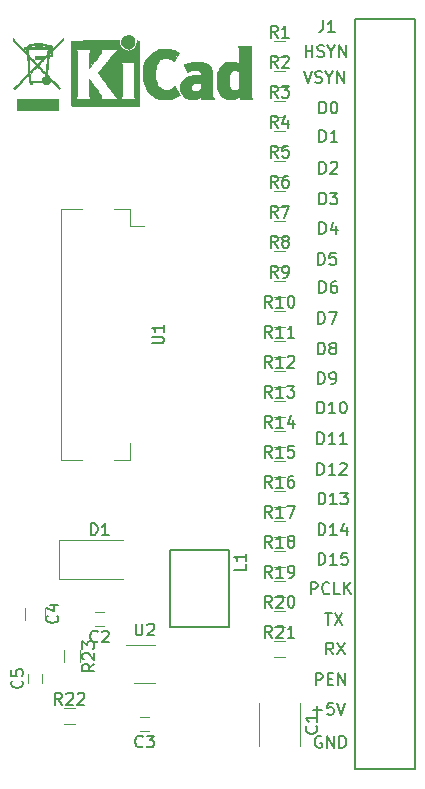
<source format=gbr>
G04 #@! TF.FileFunction,Legend,Top*
%FSLAX46Y46*%
G04 Gerber Fmt 4.6, Leading zero omitted, Abs format (unit mm)*
G04 Created by KiCad (PCBNEW 4.0.7) date 09/10/19 22:44:32*
%MOMM*%
%LPD*%
G01*
G04 APERTURE LIST*
%ADD10C,0.100000*%
%ADD11C,0.200000*%
%ADD12C,0.120000*%
%ADD13C,0.150000*%
%ADD14C,0.010000*%
G04 APERTURE END LIST*
D10*
D11*
X151785714Y-89252381D02*
X151785714Y-88252381D01*
X152023809Y-88252381D01*
X152166667Y-88300000D01*
X152261905Y-88395238D01*
X152309524Y-88490476D01*
X152357143Y-88680952D01*
X152357143Y-88823810D01*
X152309524Y-89014286D01*
X152261905Y-89109524D01*
X152166667Y-89204762D01*
X152023809Y-89252381D01*
X151785714Y-89252381D01*
X153309524Y-89252381D02*
X152738095Y-89252381D01*
X153023809Y-89252381D02*
X153023809Y-88252381D01*
X152928571Y-88395238D01*
X152833333Y-88490476D01*
X152738095Y-88538095D01*
X153928571Y-88252381D02*
X154023810Y-88252381D01*
X154119048Y-88300000D01*
X154166667Y-88347619D01*
X154214286Y-88442857D01*
X154261905Y-88633333D01*
X154261905Y-88871429D01*
X154214286Y-89061905D01*
X154166667Y-89157143D01*
X154119048Y-89204762D01*
X154023810Y-89252381D01*
X153928571Y-89252381D01*
X153833333Y-89204762D01*
X153785714Y-89157143D01*
X153738095Y-89061905D01*
X153690476Y-88871429D01*
X153690476Y-88633333D01*
X153738095Y-88442857D01*
X153785714Y-88347619D01*
X153833333Y-88300000D01*
X153928571Y-88252381D01*
X151861905Y-86752381D02*
X151861905Y-85752381D01*
X152100000Y-85752381D01*
X152242858Y-85800000D01*
X152338096Y-85895238D01*
X152385715Y-85990476D01*
X152433334Y-86180952D01*
X152433334Y-86323810D01*
X152385715Y-86514286D01*
X152338096Y-86609524D01*
X152242858Y-86704762D01*
X152100000Y-86752381D01*
X151861905Y-86752381D01*
X152909524Y-86752381D02*
X153100000Y-86752381D01*
X153195239Y-86704762D01*
X153242858Y-86657143D01*
X153338096Y-86514286D01*
X153385715Y-86323810D01*
X153385715Y-85942857D01*
X153338096Y-85847619D01*
X153290477Y-85800000D01*
X153195239Y-85752381D01*
X153004762Y-85752381D01*
X152909524Y-85800000D01*
X152861905Y-85847619D01*
X152814286Y-85942857D01*
X152814286Y-86180952D01*
X152861905Y-86276190D01*
X152909524Y-86323810D01*
X153004762Y-86371429D01*
X153195239Y-86371429D01*
X153290477Y-86323810D01*
X153338096Y-86276190D01*
X153385715Y-86180952D01*
X151861905Y-84252381D02*
X151861905Y-83252381D01*
X152100000Y-83252381D01*
X152242858Y-83300000D01*
X152338096Y-83395238D01*
X152385715Y-83490476D01*
X152433334Y-83680952D01*
X152433334Y-83823810D01*
X152385715Y-84014286D01*
X152338096Y-84109524D01*
X152242858Y-84204762D01*
X152100000Y-84252381D01*
X151861905Y-84252381D01*
X153004762Y-83680952D02*
X152909524Y-83633333D01*
X152861905Y-83585714D01*
X152814286Y-83490476D01*
X152814286Y-83442857D01*
X152861905Y-83347619D01*
X152909524Y-83300000D01*
X153004762Y-83252381D01*
X153195239Y-83252381D01*
X153290477Y-83300000D01*
X153338096Y-83347619D01*
X153385715Y-83442857D01*
X153385715Y-83490476D01*
X153338096Y-83585714D01*
X153290477Y-83633333D01*
X153195239Y-83680952D01*
X153004762Y-83680952D01*
X152909524Y-83728571D01*
X152861905Y-83776190D01*
X152814286Y-83871429D01*
X152814286Y-84061905D01*
X152861905Y-84157143D01*
X152909524Y-84204762D01*
X153004762Y-84252381D01*
X153195239Y-84252381D01*
X153290477Y-84204762D01*
X153338096Y-84157143D01*
X153385715Y-84061905D01*
X153385715Y-83871429D01*
X153338096Y-83776190D01*
X153290477Y-83728571D01*
X153195239Y-83680952D01*
X151861905Y-81652381D02*
X151861905Y-80652381D01*
X152100000Y-80652381D01*
X152242858Y-80700000D01*
X152338096Y-80795238D01*
X152385715Y-80890476D01*
X152433334Y-81080952D01*
X152433334Y-81223810D01*
X152385715Y-81414286D01*
X152338096Y-81509524D01*
X152242858Y-81604762D01*
X152100000Y-81652381D01*
X151861905Y-81652381D01*
X152766667Y-80652381D02*
X153433334Y-80652381D01*
X153004762Y-81652381D01*
X151961905Y-79052381D02*
X151961905Y-78052381D01*
X152200000Y-78052381D01*
X152342858Y-78100000D01*
X152438096Y-78195238D01*
X152485715Y-78290476D01*
X152533334Y-78480952D01*
X152533334Y-78623810D01*
X152485715Y-78814286D01*
X152438096Y-78909524D01*
X152342858Y-79004762D01*
X152200000Y-79052381D01*
X151961905Y-79052381D01*
X153390477Y-78052381D02*
X153200000Y-78052381D01*
X153104762Y-78100000D01*
X153057143Y-78147619D01*
X152961905Y-78290476D01*
X152914286Y-78480952D01*
X152914286Y-78861905D01*
X152961905Y-78957143D01*
X153009524Y-79004762D01*
X153104762Y-79052381D01*
X153295239Y-79052381D01*
X153390477Y-79004762D01*
X153438096Y-78957143D01*
X153485715Y-78861905D01*
X153485715Y-78623810D01*
X153438096Y-78528571D01*
X153390477Y-78480952D01*
X153295239Y-78433333D01*
X153104762Y-78433333D01*
X153009524Y-78480952D01*
X152961905Y-78528571D01*
X152914286Y-78623810D01*
X151861905Y-76652381D02*
X151861905Y-75652381D01*
X152100000Y-75652381D01*
X152242858Y-75700000D01*
X152338096Y-75795238D01*
X152385715Y-75890476D01*
X152433334Y-76080952D01*
X152433334Y-76223810D01*
X152385715Y-76414286D01*
X152338096Y-76509524D01*
X152242858Y-76604762D01*
X152100000Y-76652381D01*
X151861905Y-76652381D01*
X153338096Y-75652381D02*
X152861905Y-75652381D01*
X152814286Y-76128571D01*
X152861905Y-76080952D01*
X152957143Y-76033333D01*
X153195239Y-76033333D01*
X153290477Y-76080952D01*
X153338096Y-76128571D01*
X153385715Y-76223810D01*
X153385715Y-76461905D01*
X153338096Y-76557143D01*
X153290477Y-76604762D01*
X153195239Y-76652381D01*
X152957143Y-76652381D01*
X152861905Y-76604762D01*
X152814286Y-76557143D01*
X151961905Y-74052381D02*
X151961905Y-73052381D01*
X152200000Y-73052381D01*
X152342858Y-73100000D01*
X152438096Y-73195238D01*
X152485715Y-73290476D01*
X152533334Y-73480952D01*
X152533334Y-73623810D01*
X152485715Y-73814286D01*
X152438096Y-73909524D01*
X152342858Y-74004762D01*
X152200000Y-74052381D01*
X151961905Y-74052381D01*
X153390477Y-73385714D02*
X153390477Y-74052381D01*
X153152381Y-73004762D02*
X152914286Y-73719048D01*
X153533334Y-73719048D01*
X151961905Y-71552381D02*
X151961905Y-70552381D01*
X152200000Y-70552381D01*
X152342858Y-70600000D01*
X152438096Y-70695238D01*
X152485715Y-70790476D01*
X152533334Y-70980952D01*
X152533334Y-71123810D01*
X152485715Y-71314286D01*
X152438096Y-71409524D01*
X152342858Y-71504762D01*
X152200000Y-71552381D01*
X151961905Y-71552381D01*
X152866667Y-70552381D02*
X153485715Y-70552381D01*
X153152381Y-70933333D01*
X153295239Y-70933333D01*
X153390477Y-70980952D01*
X153438096Y-71028571D01*
X153485715Y-71123810D01*
X153485715Y-71361905D01*
X153438096Y-71457143D01*
X153390477Y-71504762D01*
X153295239Y-71552381D01*
X153009524Y-71552381D01*
X152914286Y-71504762D01*
X152866667Y-71457143D01*
X151961905Y-68952381D02*
X151961905Y-67952381D01*
X152200000Y-67952381D01*
X152342858Y-68000000D01*
X152438096Y-68095238D01*
X152485715Y-68190476D01*
X152533334Y-68380952D01*
X152533334Y-68523810D01*
X152485715Y-68714286D01*
X152438096Y-68809524D01*
X152342858Y-68904762D01*
X152200000Y-68952381D01*
X151961905Y-68952381D01*
X152914286Y-68047619D02*
X152961905Y-68000000D01*
X153057143Y-67952381D01*
X153295239Y-67952381D01*
X153390477Y-68000000D01*
X153438096Y-68047619D01*
X153485715Y-68142857D01*
X153485715Y-68238095D01*
X153438096Y-68380952D01*
X152866667Y-68952381D01*
X153485715Y-68952381D01*
X151961905Y-66252381D02*
X151961905Y-65252381D01*
X152200000Y-65252381D01*
X152342858Y-65300000D01*
X152438096Y-65395238D01*
X152485715Y-65490476D01*
X152533334Y-65680952D01*
X152533334Y-65823810D01*
X152485715Y-66014286D01*
X152438096Y-66109524D01*
X152342858Y-66204762D01*
X152200000Y-66252381D01*
X151961905Y-66252381D01*
X153485715Y-66252381D02*
X152914286Y-66252381D01*
X153200000Y-66252381D02*
X153200000Y-65252381D01*
X153104762Y-65395238D01*
X153009524Y-65490476D01*
X152914286Y-65538095D01*
X151961905Y-63852381D02*
X151961905Y-62852381D01*
X152200000Y-62852381D01*
X152342858Y-62900000D01*
X152438096Y-62995238D01*
X152485715Y-63090476D01*
X152533334Y-63280952D01*
X152533334Y-63423810D01*
X152485715Y-63614286D01*
X152438096Y-63709524D01*
X152342858Y-63804762D01*
X152200000Y-63852381D01*
X151961905Y-63852381D01*
X153152381Y-62852381D02*
X153247620Y-62852381D01*
X153342858Y-62900000D01*
X153390477Y-62947619D01*
X153438096Y-63042857D01*
X153485715Y-63233333D01*
X153485715Y-63471429D01*
X153438096Y-63661905D01*
X153390477Y-63757143D01*
X153342858Y-63804762D01*
X153247620Y-63852381D01*
X153152381Y-63852381D01*
X153057143Y-63804762D01*
X153009524Y-63757143D01*
X152961905Y-63661905D01*
X152914286Y-63471429D01*
X152914286Y-63233333D01*
X152961905Y-63042857D01*
X153009524Y-62947619D01*
X153057143Y-62900000D01*
X153152381Y-62852381D01*
X150638095Y-60252381D02*
X150971428Y-61252381D01*
X151304762Y-60252381D01*
X151590476Y-61204762D02*
X151733333Y-61252381D01*
X151971429Y-61252381D01*
X152066667Y-61204762D01*
X152114286Y-61157143D01*
X152161905Y-61061905D01*
X152161905Y-60966667D01*
X152114286Y-60871429D01*
X152066667Y-60823810D01*
X151971429Y-60776190D01*
X151780952Y-60728571D01*
X151685714Y-60680952D01*
X151638095Y-60633333D01*
X151590476Y-60538095D01*
X151590476Y-60442857D01*
X151638095Y-60347619D01*
X151685714Y-60300000D01*
X151780952Y-60252381D01*
X152019048Y-60252381D01*
X152161905Y-60300000D01*
X152780952Y-60776190D02*
X152780952Y-61252381D01*
X152447619Y-60252381D02*
X152780952Y-60776190D01*
X153114286Y-60252381D01*
X153447619Y-61252381D02*
X153447619Y-60252381D01*
X154019048Y-61252381D01*
X154019048Y-60252381D01*
X150785714Y-59052381D02*
X150785714Y-58052381D01*
X150785714Y-58528571D02*
X151357143Y-58528571D01*
X151357143Y-59052381D02*
X151357143Y-58052381D01*
X151785714Y-59004762D02*
X151928571Y-59052381D01*
X152166667Y-59052381D01*
X152261905Y-59004762D01*
X152309524Y-58957143D01*
X152357143Y-58861905D01*
X152357143Y-58766667D01*
X152309524Y-58671429D01*
X152261905Y-58623810D01*
X152166667Y-58576190D01*
X151976190Y-58528571D01*
X151880952Y-58480952D01*
X151833333Y-58433333D01*
X151785714Y-58338095D01*
X151785714Y-58242857D01*
X151833333Y-58147619D01*
X151880952Y-58100000D01*
X151976190Y-58052381D01*
X152214286Y-58052381D01*
X152357143Y-58100000D01*
X152976190Y-58576190D02*
X152976190Y-59052381D01*
X152642857Y-58052381D02*
X152976190Y-58576190D01*
X153309524Y-58052381D01*
X153642857Y-59052381D02*
X153642857Y-58052381D01*
X154214286Y-59052381D01*
X154214286Y-58052381D01*
X151785714Y-91852381D02*
X151785714Y-90852381D01*
X152023809Y-90852381D01*
X152166667Y-90900000D01*
X152261905Y-90995238D01*
X152309524Y-91090476D01*
X152357143Y-91280952D01*
X152357143Y-91423810D01*
X152309524Y-91614286D01*
X152261905Y-91709524D01*
X152166667Y-91804762D01*
X152023809Y-91852381D01*
X151785714Y-91852381D01*
X153309524Y-91852381D02*
X152738095Y-91852381D01*
X153023809Y-91852381D02*
X153023809Y-90852381D01*
X152928571Y-90995238D01*
X152833333Y-91090476D01*
X152738095Y-91138095D01*
X154261905Y-91852381D02*
X153690476Y-91852381D01*
X153976190Y-91852381D02*
X153976190Y-90852381D01*
X153880952Y-90995238D01*
X153785714Y-91090476D01*
X153690476Y-91138095D01*
X151785714Y-94452381D02*
X151785714Y-93452381D01*
X152023809Y-93452381D01*
X152166667Y-93500000D01*
X152261905Y-93595238D01*
X152309524Y-93690476D01*
X152357143Y-93880952D01*
X152357143Y-94023810D01*
X152309524Y-94214286D01*
X152261905Y-94309524D01*
X152166667Y-94404762D01*
X152023809Y-94452381D01*
X151785714Y-94452381D01*
X153309524Y-94452381D02*
X152738095Y-94452381D01*
X153023809Y-94452381D02*
X153023809Y-93452381D01*
X152928571Y-93595238D01*
X152833333Y-93690476D01*
X152738095Y-93738095D01*
X153690476Y-93547619D02*
X153738095Y-93500000D01*
X153833333Y-93452381D01*
X154071429Y-93452381D01*
X154166667Y-93500000D01*
X154214286Y-93547619D01*
X154261905Y-93642857D01*
X154261905Y-93738095D01*
X154214286Y-93880952D01*
X153642857Y-94452381D01*
X154261905Y-94452381D01*
X151885714Y-96952381D02*
X151885714Y-95952381D01*
X152123809Y-95952381D01*
X152266667Y-96000000D01*
X152361905Y-96095238D01*
X152409524Y-96190476D01*
X152457143Y-96380952D01*
X152457143Y-96523810D01*
X152409524Y-96714286D01*
X152361905Y-96809524D01*
X152266667Y-96904762D01*
X152123809Y-96952381D01*
X151885714Y-96952381D01*
X153409524Y-96952381D02*
X152838095Y-96952381D01*
X153123809Y-96952381D02*
X153123809Y-95952381D01*
X153028571Y-96095238D01*
X152933333Y-96190476D01*
X152838095Y-96238095D01*
X153742857Y-95952381D02*
X154361905Y-95952381D01*
X154028571Y-96333333D01*
X154171429Y-96333333D01*
X154266667Y-96380952D01*
X154314286Y-96428571D01*
X154361905Y-96523810D01*
X154361905Y-96761905D01*
X154314286Y-96857143D01*
X154266667Y-96904762D01*
X154171429Y-96952381D01*
X153885714Y-96952381D01*
X153790476Y-96904762D01*
X153742857Y-96857143D01*
X151885714Y-99552381D02*
X151885714Y-98552381D01*
X152123809Y-98552381D01*
X152266667Y-98600000D01*
X152361905Y-98695238D01*
X152409524Y-98790476D01*
X152457143Y-98980952D01*
X152457143Y-99123810D01*
X152409524Y-99314286D01*
X152361905Y-99409524D01*
X152266667Y-99504762D01*
X152123809Y-99552381D01*
X151885714Y-99552381D01*
X153409524Y-99552381D02*
X152838095Y-99552381D01*
X153123809Y-99552381D02*
X153123809Y-98552381D01*
X153028571Y-98695238D01*
X152933333Y-98790476D01*
X152838095Y-98838095D01*
X154266667Y-98885714D02*
X154266667Y-99552381D01*
X154028571Y-98504762D02*
X153790476Y-99219048D01*
X154409524Y-99219048D01*
X151885714Y-102052381D02*
X151885714Y-101052381D01*
X152123809Y-101052381D01*
X152266667Y-101100000D01*
X152361905Y-101195238D01*
X152409524Y-101290476D01*
X152457143Y-101480952D01*
X152457143Y-101623810D01*
X152409524Y-101814286D01*
X152361905Y-101909524D01*
X152266667Y-102004762D01*
X152123809Y-102052381D01*
X151885714Y-102052381D01*
X153409524Y-102052381D02*
X152838095Y-102052381D01*
X153123809Y-102052381D02*
X153123809Y-101052381D01*
X153028571Y-101195238D01*
X152933333Y-101290476D01*
X152838095Y-101338095D01*
X154314286Y-101052381D02*
X153838095Y-101052381D01*
X153790476Y-101528571D01*
X153838095Y-101480952D01*
X153933333Y-101433333D01*
X154171429Y-101433333D01*
X154266667Y-101480952D01*
X154314286Y-101528571D01*
X154361905Y-101623810D01*
X154361905Y-101861905D01*
X154314286Y-101957143D01*
X154266667Y-102004762D01*
X154171429Y-102052381D01*
X153933333Y-102052381D01*
X153838095Y-102004762D01*
X153790476Y-101957143D01*
X151233333Y-104552381D02*
X151233333Y-103552381D01*
X151614286Y-103552381D01*
X151709524Y-103600000D01*
X151757143Y-103647619D01*
X151804762Y-103742857D01*
X151804762Y-103885714D01*
X151757143Y-103980952D01*
X151709524Y-104028571D01*
X151614286Y-104076190D01*
X151233333Y-104076190D01*
X152804762Y-104457143D02*
X152757143Y-104504762D01*
X152614286Y-104552381D01*
X152519048Y-104552381D01*
X152376190Y-104504762D01*
X152280952Y-104409524D01*
X152233333Y-104314286D01*
X152185714Y-104123810D01*
X152185714Y-103980952D01*
X152233333Y-103790476D01*
X152280952Y-103695238D01*
X152376190Y-103600000D01*
X152519048Y-103552381D01*
X152614286Y-103552381D01*
X152757143Y-103600000D01*
X152804762Y-103647619D01*
X153709524Y-104552381D02*
X153233333Y-104552381D01*
X153233333Y-103552381D01*
X154042857Y-104552381D02*
X154042857Y-103552381D01*
X154614286Y-104552381D02*
X154185714Y-103980952D01*
X154614286Y-103552381D02*
X154042857Y-104123810D01*
X152438095Y-106152381D02*
X153009524Y-106152381D01*
X152723809Y-107152381D02*
X152723809Y-106152381D01*
X153247619Y-106152381D02*
X153914286Y-107152381D01*
X153914286Y-106152381D02*
X153247619Y-107152381D01*
X153133334Y-109652381D02*
X152800000Y-109176190D01*
X152561905Y-109652381D02*
X152561905Y-108652381D01*
X152942858Y-108652381D01*
X153038096Y-108700000D01*
X153085715Y-108747619D01*
X153133334Y-108842857D01*
X153133334Y-108985714D01*
X153085715Y-109080952D01*
X153038096Y-109128571D01*
X152942858Y-109176190D01*
X152561905Y-109176190D01*
X153466667Y-108652381D02*
X154133334Y-109652381D01*
X154133334Y-108652381D02*
X153466667Y-109652381D01*
X151661905Y-112252381D02*
X151661905Y-111252381D01*
X152042858Y-111252381D01*
X152138096Y-111300000D01*
X152185715Y-111347619D01*
X152233334Y-111442857D01*
X152233334Y-111585714D01*
X152185715Y-111680952D01*
X152138096Y-111728571D01*
X152042858Y-111776190D01*
X151661905Y-111776190D01*
X152661905Y-111728571D02*
X152995239Y-111728571D01*
X153138096Y-112252381D02*
X152661905Y-112252381D01*
X152661905Y-111252381D01*
X153138096Y-111252381D01*
X153566667Y-112252381D02*
X153566667Y-111252381D01*
X154138096Y-112252381D01*
X154138096Y-111252381D01*
X151414286Y-114371429D02*
X152176191Y-114371429D01*
X151795239Y-114752381D02*
X151795239Y-113990476D01*
X153128572Y-113752381D02*
X152652381Y-113752381D01*
X152604762Y-114228571D01*
X152652381Y-114180952D01*
X152747619Y-114133333D01*
X152985715Y-114133333D01*
X153080953Y-114180952D01*
X153128572Y-114228571D01*
X153176191Y-114323810D01*
X153176191Y-114561905D01*
X153128572Y-114657143D01*
X153080953Y-114704762D01*
X152985715Y-114752381D01*
X152747619Y-114752381D01*
X152652381Y-114704762D01*
X152604762Y-114657143D01*
X153461905Y-113752381D02*
X153795238Y-114752381D01*
X154128572Y-113752381D01*
X152138096Y-116600000D02*
X152042858Y-116552381D01*
X151900001Y-116552381D01*
X151757143Y-116600000D01*
X151661905Y-116695238D01*
X151614286Y-116790476D01*
X151566667Y-116980952D01*
X151566667Y-117123810D01*
X151614286Y-117314286D01*
X151661905Y-117409524D01*
X151757143Y-117504762D01*
X151900001Y-117552381D01*
X151995239Y-117552381D01*
X152138096Y-117504762D01*
X152185715Y-117457143D01*
X152185715Y-117123810D01*
X151995239Y-117123810D01*
X152614286Y-117552381D02*
X152614286Y-116552381D01*
X153185715Y-117552381D01*
X153185715Y-116552381D01*
X153661905Y-117552381D02*
X153661905Y-116552381D01*
X153900000Y-116552381D01*
X154042858Y-116600000D01*
X154138096Y-116695238D01*
X154185715Y-116790476D01*
X154233334Y-116980952D01*
X154233334Y-117123810D01*
X154185715Y-117314286D01*
X154138096Y-117409524D01*
X154042858Y-117504762D01*
X153900000Y-117552381D01*
X153661905Y-117552381D01*
D12*
X150320000Y-117370000D02*
X150320000Y-113770000D01*
X146860000Y-113770000D02*
X146860000Y-117370000D01*
X133000000Y-106080000D02*
X133700000Y-106080000D01*
X133700000Y-107280000D02*
X133000000Y-107280000D01*
X136810000Y-114970000D02*
X137510000Y-114970000D01*
X137510000Y-116170000D02*
X136810000Y-116170000D01*
X128750000Y-106700000D02*
X128750000Y-105700000D01*
X127050000Y-105700000D02*
X127050000Y-106700000D01*
X128500000Y-111350000D02*
X128500000Y-112050000D01*
X127300000Y-112050000D02*
X127300000Y-111350000D01*
X129950000Y-99950000D02*
X129950000Y-103250000D01*
X129950000Y-103250000D02*
X135350000Y-103250000D01*
X129950000Y-99950000D02*
X135350000Y-99950000D01*
D13*
X154940000Y-55880000D02*
X160020000Y-55880000D01*
X160020000Y-55880000D02*
X160020000Y-119380000D01*
X160020000Y-119380000D02*
X154940000Y-119380000D01*
X154940000Y-119380000D02*
X154940000Y-55880000D01*
X144280000Y-101330000D02*
X144280000Y-107330000D01*
X144280000Y-107330000D02*
X139280000Y-107330000D01*
X139280000Y-107330000D02*
X139280000Y-100830000D01*
X139280000Y-100830000D02*
X144280000Y-100830000D01*
X144280000Y-100830000D02*
X144280000Y-101330000D01*
D12*
X149090000Y-59100000D02*
X148090000Y-59100000D01*
X148090000Y-57740000D02*
X149090000Y-57740000D01*
X149090000Y-61640000D02*
X148090000Y-61640000D01*
X148090000Y-60280000D02*
X149090000Y-60280000D01*
X149090000Y-64180000D02*
X148090000Y-64180000D01*
X148090000Y-62820000D02*
X149090000Y-62820000D01*
X149090000Y-66720000D02*
X148090000Y-66720000D01*
X148090000Y-65360000D02*
X149090000Y-65360000D01*
X149090000Y-69260000D02*
X148090000Y-69260000D01*
X148090000Y-67900000D02*
X149090000Y-67900000D01*
X149090000Y-71800000D02*
X148090000Y-71800000D01*
X148090000Y-70440000D02*
X149090000Y-70440000D01*
X149090000Y-76880000D02*
X148090000Y-76880000D01*
X148090000Y-75520000D02*
X149090000Y-75520000D01*
X149090000Y-79420000D02*
X148090000Y-79420000D01*
X148090000Y-78060000D02*
X149090000Y-78060000D01*
X149090000Y-81960000D02*
X148090000Y-81960000D01*
X148090000Y-80600000D02*
X149090000Y-80600000D01*
X149090000Y-84500000D02*
X148090000Y-84500000D01*
X148090000Y-83140000D02*
X149090000Y-83140000D01*
X149090000Y-87040000D02*
X148090000Y-87040000D01*
X148090000Y-85680000D02*
X149090000Y-85680000D01*
X149090000Y-89580000D02*
X148090000Y-89580000D01*
X148090000Y-88220000D02*
X149090000Y-88220000D01*
X149090000Y-92120000D02*
X148090000Y-92120000D01*
X148090000Y-90760000D02*
X149090000Y-90760000D01*
X149090000Y-94660000D02*
X148090000Y-94660000D01*
X148090000Y-93300000D02*
X149090000Y-93300000D01*
X149090000Y-97200000D02*
X148090000Y-97200000D01*
X148090000Y-95840000D02*
X149090000Y-95840000D01*
X149090000Y-99740000D02*
X148090000Y-99740000D01*
X148090000Y-98380000D02*
X149090000Y-98380000D01*
X149090000Y-102280000D02*
X148090000Y-102280000D01*
X148090000Y-100920000D02*
X149090000Y-100920000D01*
X149090000Y-104820000D02*
X148090000Y-104820000D01*
X148090000Y-103460000D02*
X149090000Y-103460000D01*
X149090000Y-107360000D02*
X148090000Y-107360000D01*
X148090000Y-106000000D02*
X149090000Y-106000000D01*
X149090000Y-109900000D02*
X148090000Y-109900000D01*
X148090000Y-108540000D02*
X149090000Y-108540000D01*
X131300000Y-115580000D02*
X130300000Y-115580000D01*
X130300000Y-114220000D02*
X131300000Y-114220000D01*
X130320000Y-110300000D02*
X130320000Y-109300000D01*
X131680000Y-109300000D02*
X131680000Y-110300000D01*
X135920000Y-73390000D02*
X135920000Y-71900000D01*
X135920000Y-71900000D02*
X134580000Y-71900000D01*
X135920000Y-91710000D02*
X135920000Y-93200000D01*
X135920000Y-93200000D02*
X134580000Y-93200000D01*
X131860000Y-71900000D02*
X130120000Y-71900000D01*
X130120000Y-71900000D02*
X130120000Y-93200000D01*
X130120000Y-93200000D02*
X131860000Y-93200000D01*
X135920000Y-73390000D02*
X137120000Y-73390000D01*
X136260000Y-112100000D02*
X138060000Y-112100000D01*
X138060000Y-108880000D02*
X135610000Y-108880000D01*
X149090000Y-74340000D02*
X148090000Y-74340000D01*
X148090000Y-72980000D02*
X149090000Y-72980000D01*
D14*
G36*
X129847822Y-63517822D02*
X126327029Y-63517822D01*
X126327029Y-62650198D01*
X129847822Y-62650198D01*
X129847822Y-63517822D01*
X129847822Y-63517822D01*
G37*
X129847822Y-63517822D02*
X126327029Y-63517822D01*
X126327029Y-62650198D01*
X129847822Y-62650198D01*
X129847822Y-63517822D01*
G36*
X130224430Y-57564848D02*
X130223811Y-57651931D01*
X129772086Y-58110891D01*
X129320361Y-58569852D01*
X129320032Y-58780471D01*
X129319703Y-58991089D01*
X129044610Y-58991089D01*
X129037522Y-59044530D01*
X129034838Y-59068888D01*
X129030313Y-59114759D01*
X129024191Y-59179405D01*
X129016712Y-59260091D01*
X129008119Y-59354081D01*
X128998654Y-59458637D01*
X128988558Y-59571025D01*
X128978074Y-59688507D01*
X128967444Y-59808348D01*
X128956909Y-59927811D01*
X128946713Y-60044159D01*
X128937095Y-60154657D01*
X128928300Y-60256569D01*
X128920568Y-60347158D01*
X128914142Y-60423687D01*
X128909263Y-60483421D01*
X128906175Y-60523624D01*
X128905117Y-60541559D01*
X128905118Y-60541644D01*
X128912827Y-60556035D01*
X128935981Y-60585748D01*
X128974895Y-60631131D01*
X129029884Y-60692529D01*
X129101264Y-60770288D01*
X129189349Y-60864754D01*
X129294454Y-60976272D01*
X129416895Y-61105188D01*
X129451310Y-61141287D01*
X129997137Y-61713416D01*
X129908881Y-61801436D01*
X129837485Y-61723758D01*
X129811366Y-61695686D01*
X129770566Y-61652274D01*
X129717777Y-61596366D01*
X129655691Y-61530808D01*
X129587000Y-61458441D01*
X129514396Y-61382112D01*
X129470960Y-61336524D01*
X129389416Y-61251119D01*
X129323504Y-61182710D01*
X129271544Y-61130053D01*
X129231855Y-61091905D01*
X129202757Y-61067020D01*
X129182569Y-61054156D01*
X129169610Y-61052068D01*
X129162200Y-61059513D01*
X129158658Y-61075246D01*
X129157303Y-61098023D01*
X129157121Y-61104239D01*
X129147703Y-61147061D01*
X129124497Y-61198819D01*
X129092136Y-61251328D01*
X129055252Y-61296403D01*
X129040493Y-61310328D01*
X128964767Y-61359047D01*
X128876308Y-61386306D01*
X128798100Y-61392773D01*
X128709468Y-61380576D01*
X128627612Y-61344813D01*
X128555164Y-61286722D01*
X128541797Y-61272262D01*
X128492918Y-61216733D01*
X127647326Y-61216733D01*
X127647326Y-61392773D01*
X127420990Y-61392773D01*
X127420990Y-61310531D01*
X127418150Y-61254386D01*
X127408607Y-61215416D01*
X127397009Y-61194219D01*
X127388723Y-61179052D01*
X127381627Y-61157062D01*
X127375252Y-61124987D01*
X127369128Y-61079569D01*
X127362784Y-61017548D01*
X127355750Y-60935662D01*
X127350934Y-60874746D01*
X127328839Y-60589343D01*
X126786435Y-61138805D01*
X126688363Y-61238228D01*
X126594216Y-61333815D01*
X126505715Y-61423810D01*
X126424580Y-61506457D01*
X126352531Y-61580001D01*
X126291288Y-61642684D01*
X126242573Y-61692752D01*
X126208104Y-61728448D01*
X126189621Y-61747995D01*
X126159257Y-61778944D01*
X126133929Y-61800530D01*
X126120305Y-61807723D01*
X126102905Y-61799297D01*
X126077540Y-61778245D01*
X126068942Y-61769671D01*
X126032486Y-61731620D01*
X126233198Y-61527658D01*
X126284404Y-61475699D01*
X126350431Y-61408820D01*
X126428382Y-61329950D01*
X126515362Y-61242014D01*
X126608474Y-61147941D01*
X126704821Y-61050658D01*
X126801508Y-60953093D01*
X126870866Y-60883145D01*
X126976297Y-60776550D01*
X127064871Y-60686307D01*
X127137719Y-60611192D01*
X127195977Y-60549986D01*
X127240775Y-60501466D01*
X127262979Y-60476129D01*
X127441276Y-60476129D01*
X127463599Y-60761555D01*
X127470331Y-60845219D01*
X127476843Y-60921727D01*
X127482766Y-60987081D01*
X127487732Y-61037281D01*
X127491371Y-61068329D01*
X127492542Y-61075273D01*
X127499162Y-61103565D01*
X128448636Y-61103565D01*
X128454974Y-61024606D01*
X128474110Y-60931315D01*
X128514154Y-60848791D01*
X128572582Y-60780038D01*
X128646871Y-60728063D01*
X128730252Y-60696863D01*
X128757302Y-60682228D01*
X128770844Y-60650819D01*
X128771128Y-60649434D01*
X128772753Y-60636174D01*
X128770744Y-60622595D01*
X128763142Y-60606181D01*
X128747984Y-60584411D01*
X128723312Y-60554767D01*
X128687164Y-60514732D01*
X128637580Y-60461785D01*
X128572599Y-60393409D01*
X128568401Y-60389005D01*
X128498507Y-60315611D01*
X128424200Y-60237437D01*
X128350586Y-60159864D01*
X128282771Y-60088275D01*
X128225860Y-60028051D01*
X128213168Y-60014587D01*
X128164513Y-59963820D01*
X128121291Y-59920375D01*
X128086605Y-59887241D01*
X128063556Y-59867405D01*
X128055818Y-59863046D01*
X128044278Y-59872170D01*
X128017290Y-59897200D01*
X127976979Y-59936052D01*
X127925471Y-59986643D01*
X127864891Y-60046888D01*
X127797364Y-60114704D01*
X127742174Y-60170565D01*
X127441276Y-60476129D01*
X127262979Y-60476129D01*
X127273249Y-60464411D01*
X127294529Y-60437599D01*
X127305749Y-60419808D01*
X127308246Y-60411570D01*
X127307300Y-60393590D01*
X127304427Y-60352892D01*
X127299813Y-60291819D01*
X127293642Y-60212713D01*
X127286102Y-60117914D01*
X127277379Y-60009767D01*
X127267657Y-59890612D01*
X127257124Y-59762791D01*
X127248635Y-59660635D01*
X127200604Y-59084674D01*
X127324195Y-59084674D01*
X127324727Y-59097104D01*
X127327231Y-59132110D01*
X127331504Y-59187215D01*
X127337347Y-59259943D01*
X127344557Y-59347814D01*
X127352934Y-59448351D01*
X127362277Y-59559077D01*
X127371242Y-59664205D01*
X127381398Y-59783483D01*
X127390858Y-59896080D01*
X127399404Y-59999305D01*
X127406821Y-60090473D01*
X127412892Y-60166895D01*
X127417399Y-60225883D01*
X127420127Y-60264749D01*
X127420884Y-60279844D01*
X127422065Y-60289238D01*
X127426744Y-60292966D01*
X127436724Y-60289471D01*
X127453810Y-60277199D01*
X127479804Y-60254594D01*
X127516510Y-60220100D01*
X127565733Y-60172162D01*
X127629274Y-60109224D01*
X127696695Y-60041968D01*
X127972399Y-59766477D01*
X127970467Y-59764406D01*
X128152710Y-59764406D01*
X128161016Y-59775780D01*
X128184267Y-59802563D01*
X128220135Y-59842292D01*
X128266287Y-59892507D01*
X128320394Y-59950746D01*
X128380126Y-60014547D01*
X128443152Y-60081449D01*
X128507142Y-60148990D01*
X128569764Y-60214710D01*
X128628690Y-60276146D01*
X128681588Y-60330837D01*
X128726128Y-60376322D01*
X128759980Y-60410138D01*
X128780812Y-60429826D01*
X128786494Y-60433837D01*
X128788366Y-60420891D01*
X128792254Y-60385134D01*
X128797943Y-60328804D01*
X128805219Y-60254140D01*
X128813869Y-60163380D01*
X128823678Y-60058762D01*
X128834434Y-59942526D01*
X128845921Y-59816908D01*
X128855093Y-59715618D01*
X128866826Y-59584279D01*
X128877665Y-59460552D01*
X128887430Y-59346681D01*
X128895937Y-59244911D01*
X128903005Y-59157487D01*
X128908451Y-59086653D01*
X128912092Y-59034653D01*
X128913747Y-59003732D01*
X128913558Y-58995703D01*
X128903666Y-59002854D01*
X128878476Y-59025841D01*
X128840190Y-59062439D01*
X128791011Y-59110422D01*
X128733139Y-59167566D01*
X128668778Y-59231647D01*
X128600129Y-59300438D01*
X128529395Y-59371716D01*
X128458778Y-59443255D01*
X128390480Y-59512830D01*
X128326704Y-59578217D01*
X128269650Y-59637191D01*
X128221522Y-59687527D01*
X128184522Y-59726999D01*
X128160852Y-59753383D01*
X128152710Y-59764406D01*
X127970467Y-59764406D01*
X127869591Y-59656295D01*
X127817232Y-59600377D01*
X127758465Y-59537948D01*
X127695615Y-59471443D01*
X127631005Y-59403298D01*
X127566958Y-59335948D01*
X127505797Y-59271828D01*
X127449847Y-59213372D01*
X127401430Y-59163018D01*
X127362870Y-59123198D01*
X127336491Y-59096350D01*
X127324616Y-59084908D01*
X127324195Y-59084674D01*
X127200604Y-59084674D01*
X127188599Y-58940726D01*
X126588062Y-58309158D01*
X125987525Y-57677589D01*
X125987966Y-57589315D01*
X125988408Y-57501040D01*
X126085417Y-57604666D01*
X126139709Y-57662463D01*
X126203808Y-57730368D01*
X126275984Y-57806572D01*
X126354508Y-57889269D01*
X126437651Y-57976653D01*
X126523681Y-58066915D01*
X126610870Y-58158250D01*
X126697487Y-58248849D01*
X126781803Y-58336907D01*
X126862088Y-58420615D01*
X126936613Y-58498167D01*
X127003646Y-58567757D01*
X127061459Y-58627576D01*
X127108321Y-58675818D01*
X127142504Y-58710676D01*
X127162276Y-58730343D01*
X127166610Y-58734116D01*
X127166908Y-58720992D01*
X127165269Y-58687389D01*
X127161977Y-58637880D01*
X127157318Y-58577037D01*
X127155318Y-58552732D01*
X127140423Y-58374951D01*
X127257045Y-58374951D01*
X127263066Y-58403243D01*
X127266137Y-58425618D01*
X127270452Y-58467717D01*
X127275512Y-58524178D01*
X127280819Y-58589635D01*
X127282656Y-58613862D01*
X127288073Y-58683421D01*
X127293541Y-58748018D01*
X127298512Y-58801548D01*
X127302439Y-58837910D01*
X127303325Y-58844509D01*
X127306666Y-58858056D01*
X127313899Y-58873914D01*
X127326560Y-58893861D01*
X127346189Y-58919673D01*
X127374322Y-58953129D01*
X127412498Y-58996007D01*
X127462254Y-59050083D01*
X127525129Y-59117136D01*
X127602659Y-59198943D01*
X127681749Y-59281950D01*
X127760436Y-59364094D01*
X127833888Y-59440169D01*
X127900276Y-59508325D01*
X127957773Y-59566712D01*
X128004549Y-59613481D01*
X128038776Y-59646782D01*
X128058627Y-59664767D01*
X128062860Y-59667442D01*
X128073997Y-59657741D01*
X128100029Y-59632441D01*
X128138430Y-59594082D01*
X128186672Y-59545200D01*
X128242230Y-59488334D01*
X128282408Y-59446906D01*
X128492169Y-59230000D01*
X127873663Y-59230000D01*
X127873663Y-58991089D01*
X128628119Y-58991089D01*
X128628119Y-59097542D01*
X128766435Y-58959654D01*
X128864553Y-58861840D01*
X129055643Y-58861840D01*
X129057471Y-58877270D01*
X129066723Y-58885867D01*
X129089050Y-58889613D01*
X129130105Y-58890489D01*
X129137376Y-58890495D01*
X129219109Y-58890495D01*
X129219109Y-58671172D01*
X129137376Y-58752179D01*
X129091270Y-58801428D01*
X129063694Y-58839159D01*
X129055643Y-58861840D01*
X128864553Y-58861840D01*
X128904752Y-58821766D01*
X128904752Y-58698952D01*
X128905137Y-58642450D01*
X128906900Y-58606505D01*
X128910950Y-58586530D01*
X128918199Y-58577937D01*
X128929130Y-58576139D01*
X128941288Y-58573498D01*
X128950273Y-58562912D01*
X128957174Y-58540381D01*
X128963076Y-58501909D01*
X128969065Y-58443498D01*
X128970987Y-58422104D01*
X128975148Y-58374951D01*
X127257045Y-58374951D01*
X127140423Y-58374951D01*
X126980891Y-58374951D01*
X126980891Y-58261782D01*
X127048686Y-58261782D01*
X127088338Y-58260696D01*
X127109884Y-58255454D01*
X127112520Y-58252334D01*
X127251384Y-58252334D01*
X127258692Y-58259462D01*
X127284007Y-58261662D01*
X127301092Y-58261782D01*
X127358119Y-58261782D01*
X127570779Y-58261782D01*
X128985302Y-58261782D01*
X128937458Y-58212786D01*
X128863150Y-58152324D01*
X128771184Y-58105691D01*
X128660002Y-58072249D01*
X128549529Y-58053753D01*
X128477227Y-58045122D01*
X128477227Y-58136040D01*
X127898812Y-58136040D01*
X127898812Y-58032893D01*
X127813935Y-58041496D01*
X127754632Y-58048756D01*
X127691449Y-58058379D01*
X127653614Y-58065252D01*
X127578168Y-58080407D01*
X127574474Y-58171095D01*
X127570779Y-58261782D01*
X127358119Y-58261782D01*
X127358119Y-58211485D01*
X127356456Y-58179976D01*
X127352303Y-58162463D01*
X127350629Y-58161188D01*
X127332013Y-58169254D01*
X127304817Y-58188820D01*
X127277552Y-58212944D01*
X127258733Y-58234682D01*
X127257057Y-58237508D01*
X127251384Y-58252334D01*
X127112520Y-58252334D01*
X127120338Y-58243081D01*
X127124558Y-58229604D01*
X127141781Y-58194627D01*
X127174862Y-58152579D01*
X127218107Y-58109356D01*
X127265826Y-58070854D01*
X127297170Y-58050801D01*
X127332877Y-58028851D01*
X127351181Y-58010411D01*
X127357612Y-57988668D01*
X127358106Y-57975718D01*
X127358106Y-57972575D01*
X127999406Y-57972575D01*
X127999406Y-58035446D01*
X128376633Y-58035446D01*
X128376633Y-57972575D01*
X127999406Y-57972575D01*
X127358106Y-57972575D01*
X127358119Y-57934852D01*
X127463952Y-57934852D01*
X127512645Y-57936029D01*
X127550595Y-57939165D01*
X127571692Y-57943671D01*
X127573977Y-57945495D01*
X127587359Y-57948295D01*
X127619926Y-57947148D01*
X127666084Y-57942393D01*
X127697624Y-57938003D01*
X127754812Y-57929378D01*
X127807114Y-57921591D01*
X127846418Y-57915847D01*
X127857945Y-57914215D01*
X127888063Y-57904888D01*
X127898812Y-57890272D01*
X127902080Y-57884320D01*
X127913770Y-57879778D01*
X127936712Y-57876470D01*
X127973735Y-57874215D01*
X128027668Y-57872834D01*
X128101340Y-57872150D01*
X128188020Y-57871980D01*
X128280529Y-57872077D01*
X128350906Y-57872530D01*
X128402164Y-57873590D01*
X128437320Y-57875503D01*
X128459389Y-57878519D01*
X128471385Y-57882885D01*
X128476324Y-57888849D01*
X128477227Y-57895784D01*
X128484921Y-57917795D01*
X128510121Y-57930321D01*
X128556009Y-57934788D01*
X128564264Y-57934852D01*
X128641973Y-57942868D01*
X128730233Y-57964936D01*
X128821085Y-57998084D01*
X128906570Y-58039339D01*
X128978726Y-58085731D01*
X128988072Y-58093082D01*
X129018533Y-58116998D01*
X129036572Y-58126576D01*
X129049169Y-58123480D01*
X129062100Y-58110704D01*
X129100293Y-58085678D01*
X129149998Y-58076071D01*
X129203524Y-58081067D01*
X129253178Y-58099851D01*
X129291267Y-58131606D01*
X129294025Y-58135297D01*
X129322526Y-58194575D01*
X129327828Y-58255934D01*
X129310518Y-58314427D01*
X129271180Y-58365104D01*
X129266370Y-58369289D01*
X129238440Y-58389167D01*
X129210102Y-58397921D01*
X129170263Y-58398553D01*
X129160311Y-58397992D01*
X129121332Y-58396562D01*
X129101254Y-58399839D01*
X129093985Y-58409728D01*
X129093240Y-58418961D01*
X129091716Y-58445744D01*
X129087935Y-58486025D01*
X129085218Y-58510124D01*
X129081277Y-58548401D01*
X129082916Y-58567996D01*
X129092421Y-58575158D01*
X129109351Y-58576139D01*
X129119392Y-58572901D01*
X129135590Y-58562420D01*
X129159145Y-58543548D01*
X129191257Y-58515135D01*
X129233128Y-58476035D01*
X129285957Y-58425097D01*
X129350945Y-58361173D01*
X129429291Y-58283114D01*
X129522197Y-58189772D01*
X129630863Y-58079998D01*
X129683231Y-58026952D01*
X130225049Y-57477767D01*
X130224430Y-57564848D01*
X130224430Y-57564848D01*
G37*
X130224430Y-57564848D02*
X130223811Y-57651931D01*
X129772086Y-58110891D01*
X129320361Y-58569852D01*
X129320032Y-58780471D01*
X129319703Y-58991089D01*
X129044610Y-58991089D01*
X129037522Y-59044530D01*
X129034838Y-59068888D01*
X129030313Y-59114759D01*
X129024191Y-59179405D01*
X129016712Y-59260091D01*
X129008119Y-59354081D01*
X128998654Y-59458637D01*
X128988558Y-59571025D01*
X128978074Y-59688507D01*
X128967444Y-59808348D01*
X128956909Y-59927811D01*
X128946713Y-60044159D01*
X128937095Y-60154657D01*
X128928300Y-60256569D01*
X128920568Y-60347158D01*
X128914142Y-60423687D01*
X128909263Y-60483421D01*
X128906175Y-60523624D01*
X128905117Y-60541559D01*
X128905118Y-60541644D01*
X128912827Y-60556035D01*
X128935981Y-60585748D01*
X128974895Y-60631131D01*
X129029884Y-60692529D01*
X129101264Y-60770288D01*
X129189349Y-60864754D01*
X129294454Y-60976272D01*
X129416895Y-61105188D01*
X129451310Y-61141287D01*
X129997137Y-61713416D01*
X129908881Y-61801436D01*
X129837485Y-61723758D01*
X129811366Y-61695686D01*
X129770566Y-61652274D01*
X129717777Y-61596366D01*
X129655691Y-61530808D01*
X129587000Y-61458441D01*
X129514396Y-61382112D01*
X129470960Y-61336524D01*
X129389416Y-61251119D01*
X129323504Y-61182710D01*
X129271544Y-61130053D01*
X129231855Y-61091905D01*
X129202757Y-61067020D01*
X129182569Y-61054156D01*
X129169610Y-61052068D01*
X129162200Y-61059513D01*
X129158658Y-61075246D01*
X129157303Y-61098023D01*
X129157121Y-61104239D01*
X129147703Y-61147061D01*
X129124497Y-61198819D01*
X129092136Y-61251328D01*
X129055252Y-61296403D01*
X129040493Y-61310328D01*
X128964767Y-61359047D01*
X128876308Y-61386306D01*
X128798100Y-61392773D01*
X128709468Y-61380576D01*
X128627612Y-61344813D01*
X128555164Y-61286722D01*
X128541797Y-61272262D01*
X128492918Y-61216733D01*
X127647326Y-61216733D01*
X127647326Y-61392773D01*
X127420990Y-61392773D01*
X127420990Y-61310531D01*
X127418150Y-61254386D01*
X127408607Y-61215416D01*
X127397009Y-61194219D01*
X127388723Y-61179052D01*
X127381627Y-61157062D01*
X127375252Y-61124987D01*
X127369128Y-61079569D01*
X127362784Y-61017548D01*
X127355750Y-60935662D01*
X127350934Y-60874746D01*
X127328839Y-60589343D01*
X126786435Y-61138805D01*
X126688363Y-61238228D01*
X126594216Y-61333815D01*
X126505715Y-61423810D01*
X126424580Y-61506457D01*
X126352531Y-61580001D01*
X126291288Y-61642684D01*
X126242573Y-61692752D01*
X126208104Y-61728448D01*
X126189621Y-61747995D01*
X126159257Y-61778944D01*
X126133929Y-61800530D01*
X126120305Y-61807723D01*
X126102905Y-61799297D01*
X126077540Y-61778245D01*
X126068942Y-61769671D01*
X126032486Y-61731620D01*
X126233198Y-61527658D01*
X126284404Y-61475699D01*
X126350431Y-61408820D01*
X126428382Y-61329950D01*
X126515362Y-61242014D01*
X126608474Y-61147941D01*
X126704821Y-61050658D01*
X126801508Y-60953093D01*
X126870866Y-60883145D01*
X126976297Y-60776550D01*
X127064871Y-60686307D01*
X127137719Y-60611192D01*
X127195977Y-60549986D01*
X127240775Y-60501466D01*
X127262979Y-60476129D01*
X127441276Y-60476129D01*
X127463599Y-60761555D01*
X127470331Y-60845219D01*
X127476843Y-60921727D01*
X127482766Y-60987081D01*
X127487732Y-61037281D01*
X127491371Y-61068329D01*
X127492542Y-61075273D01*
X127499162Y-61103565D01*
X128448636Y-61103565D01*
X128454974Y-61024606D01*
X128474110Y-60931315D01*
X128514154Y-60848791D01*
X128572582Y-60780038D01*
X128646871Y-60728063D01*
X128730252Y-60696863D01*
X128757302Y-60682228D01*
X128770844Y-60650819D01*
X128771128Y-60649434D01*
X128772753Y-60636174D01*
X128770744Y-60622595D01*
X128763142Y-60606181D01*
X128747984Y-60584411D01*
X128723312Y-60554767D01*
X128687164Y-60514732D01*
X128637580Y-60461785D01*
X128572599Y-60393409D01*
X128568401Y-60389005D01*
X128498507Y-60315611D01*
X128424200Y-60237437D01*
X128350586Y-60159864D01*
X128282771Y-60088275D01*
X128225860Y-60028051D01*
X128213168Y-60014587D01*
X128164513Y-59963820D01*
X128121291Y-59920375D01*
X128086605Y-59887241D01*
X128063556Y-59867405D01*
X128055818Y-59863046D01*
X128044278Y-59872170D01*
X128017290Y-59897200D01*
X127976979Y-59936052D01*
X127925471Y-59986643D01*
X127864891Y-60046888D01*
X127797364Y-60114704D01*
X127742174Y-60170565D01*
X127441276Y-60476129D01*
X127262979Y-60476129D01*
X127273249Y-60464411D01*
X127294529Y-60437599D01*
X127305749Y-60419808D01*
X127308246Y-60411570D01*
X127307300Y-60393590D01*
X127304427Y-60352892D01*
X127299813Y-60291819D01*
X127293642Y-60212713D01*
X127286102Y-60117914D01*
X127277379Y-60009767D01*
X127267657Y-59890612D01*
X127257124Y-59762791D01*
X127248635Y-59660635D01*
X127200604Y-59084674D01*
X127324195Y-59084674D01*
X127324727Y-59097104D01*
X127327231Y-59132110D01*
X127331504Y-59187215D01*
X127337347Y-59259943D01*
X127344557Y-59347814D01*
X127352934Y-59448351D01*
X127362277Y-59559077D01*
X127371242Y-59664205D01*
X127381398Y-59783483D01*
X127390858Y-59896080D01*
X127399404Y-59999305D01*
X127406821Y-60090473D01*
X127412892Y-60166895D01*
X127417399Y-60225883D01*
X127420127Y-60264749D01*
X127420884Y-60279844D01*
X127422065Y-60289238D01*
X127426744Y-60292966D01*
X127436724Y-60289471D01*
X127453810Y-60277199D01*
X127479804Y-60254594D01*
X127516510Y-60220100D01*
X127565733Y-60172162D01*
X127629274Y-60109224D01*
X127696695Y-60041968D01*
X127972399Y-59766477D01*
X127970467Y-59764406D01*
X128152710Y-59764406D01*
X128161016Y-59775780D01*
X128184267Y-59802563D01*
X128220135Y-59842292D01*
X128266287Y-59892507D01*
X128320394Y-59950746D01*
X128380126Y-60014547D01*
X128443152Y-60081449D01*
X128507142Y-60148990D01*
X128569764Y-60214710D01*
X128628690Y-60276146D01*
X128681588Y-60330837D01*
X128726128Y-60376322D01*
X128759980Y-60410138D01*
X128780812Y-60429826D01*
X128786494Y-60433837D01*
X128788366Y-60420891D01*
X128792254Y-60385134D01*
X128797943Y-60328804D01*
X128805219Y-60254140D01*
X128813869Y-60163380D01*
X128823678Y-60058762D01*
X128834434Y-59942526D01*
X128845921Y-59816908D01*
X128855093Y-59715618D01*
X128866826Y-59584279D01*
X128877665Y-59460552D01*
X128887430Y-59346681D01*
X128895937Y-59244911D01*
X128903005Y-59157487D01*
X128908451Y-59086653D01*
X128912092Y-59034653D01*
X128913747Y-59003732D01*
X128913558Y-58995703D01*
X128903666Y-59002854D01*
X128878476Y-59025841D01*
X128840190Y-59062439D01*
X128791011Y-59110422D01*
X128733139Y-59167566D01*
X128668778Y-59231647D01*
X128600129Y-59300438D01*
X128529395Y-59371716D01*
X128458778Y-59443255D01*
X128390480Y-59512830D01*
X128326704Y-59578217D01*
X128269650Y-59637191D01*
X128221522Y-59687527D01*
X128184522Y-59726999D01*
X128160852Y-59753383D01*
X128152710Y-59764406D01*
X127970467Y-59764406D01*
X127869591Y-59656295D01*
X127817232Y-59600377D01*
X127758465Y-59537948D01*
X127695615Y-59471443D01*
X127631005Y-59403298D01*
X127566958Y-59335948D01*
X127505797Y-59271828D01*
X127449847Y-59213372D01*
X127401430Y-59163018D01*
X127362870Y-59123198D01*
X127336491Y-59096350D01*
X127324616Y-59084908D01*
X127324195Y-59084674D01*
X127200604Y-59084674D01*
X127188599Y-58940726D01*
X126588062Y-58309158D01*
X125987525Y-57677589D01*
X125987966Y-57589315D01*
X125988408Y-57501040D01*
X126085417Y-57604666D01*
X126139709Y-57662463D01*
X126203808Y-57730368D01*
X126275984Y-57806572D01*
X126354508Y-57889269D01*
X126437651Y-57976653D01*
X126523681Y-58066915D01*
X126610870Y-58158250D01*
X126697487Y-58248849D01*
X126781803Y-58336907D01*
X126862088Y-58420615D01*
X126936613Y-58498167D01*
X127003646Y-58567757D01*
X127061459Y-58627576D01*
X127108321Y-58675818D01*
X127142504Y-58710676D01*
X127162276Y-58730343D01*
X127166610Y-58734116D01*
X127166908Y-58720992D01*
X127165269Y-58687389D01*
X127161977Y-58637880D01*
X127157318Y-58577037D01*
X127155318Y-58552732D01*
X127140423Y-58374951D01*
X127257045Y-58374951D01*
X127263066Y-58403243D01*
X127266137Y-58425618D01*
X127270452Y-58467717D01*
X127275512Y-58524178D01*
X127280819Y-58589635D01*
X127282656Y-58613862D01*
X127288073Y-58683421D01*
X127293541Y-58748018D01*
X127298512Y-58801548D01*
X127302439Y-58837910D01*
X127303325Y-58844509D01*
X127306666Y-58858056D01*
X127313899Y-58873914D01*
X127326560Y-58893861D01*
X127346189Y-58919673D01*
X127374322Y-58953129D01*
X127412498Y-58996007D01*
X127462254Y-59050083D01*
X127525129Y-59117136D01*
X127602659Y-59198943D01*
X127681749Y-59281950D01*
X127760436Y-59364094D01*
X127833888Y-59440169D01*
X127900276Y-59508325D01*
X127957773Y-59566712D01*
X128004549Y-59613481D01*
X128038776Y-59646782D01*
X128058627Y-59664767D01*
X128062860Y-59667442D01*
X128073997Y-59657741D01*
X128100029Y-59632441D01*
X128138430Y-59594082D01*
X128186672Y-59545200D01*
X128242230Y-59488334D01*
X128282408Y-59446906D01*
X128492169Y-59230000D01*
X127873663Y-59230000D01*
X127873663Y-58991089D01*
X128628119Y-58991089D01*
X128628119Y-59097542D01*
X128766435Y-58959654D01*
X128864553Y-58861840D01*
X129055643Y-58861840D01*
X129057471Y-58877270D01*
X129066723Y-58885867D01*
X129089050Y-58889613D01*
X129130105Y-58890489D01*
X129137376Y-58890495D01*
X129219109Y-58890495D01*
X129219109Y-58671172D01*
X129137376Y-58752179D01*
X129091270Y-58801428D01*
X129063694Y-58839159D01*
X129055643Y-58861840D01*
X128864553Y-58861840D01*
X128904752Y-58821766D01*
X128904752Y-58698952D01*
X128905137Y-58642450D01*
X128906900Y-58606505D01*
X128910950Y-58586530D01*
X128918199Y-58577937D01*
X128929130Y-58576139D01*
X128941288Y-58573498D01*
X128950273Y-58562912D01*
X128957174Y-58540381D01*
X128963076Y-58501909D01*
X128969065Y-58443498D01*
X128970987Y-58422104D01*
X128975148Y-58374951D01*
X127257045Y-58374951D01*
X127140423Y-58374951D01*
X126980891Y-58374951D01*
X126980891Y-58261782D01*
X127048686Y-58261782D01*
X127088338Y-58260696D01*
X127109884Y-58255454D01*
X127112520Y-58252334D01*
X127251384Y-58252334D01*
X127258692Y-58259462D01*
X127284007Y-58261662D01*
X127301092Y-58261782D01*
X127358119Y-58261782D01*
X127570779Y-58261782D01*
X128985302Y-58261782D01*
X128937458Y-58212786D01*
X128863150Y-58152324D01*
X128771184Y-58105691D01*
X128660002Y-58072249D01*
X128549529Y-58053753D01*
X128477227Y-58045122D01*
X128477227Y-58136040D01*
X127898812Y-58136040D01*
X127898812Y-58032893D01*
X127813935Y-58041496D01*
X127754632Y-58048756D01*
X127691449Y-58058379D01*
X127653614Y-58065252D01*
X127578168Y-58080407D01*
X127574474Y-58171095D01*
X127570779Y-58261782D01*
X127358119Y-58261782D01*
X127358119Y-58211485D01*
X127356456Y-58179976D01*
X127352303Y-58162463D01*
X127350629Y-58161188D01*
X127332013Y-58169254D01*
X127304817Y-58188820D01*
X127277552Y-58212944D01*
X127258733Y-58234682D01*
X127257057Y-58237508D01*
X127251384Y-58252334D01*
X127112520Y-58252334D01*
X127120338Y-58243081D01*
X127124558Y-58229604D01*
X127141781Y-58194627D01*
X127174862Y-58152579D01*
X127218107Y-58109356D01*
X127265826Y-58070854D01*
X127297170Y-58050801D01*
X127332877Y-58028851D01*
X127351181Y-58010411D01*
X127357612Y-57988668D01*
X127358106Y-57975718D01*
X127358106Y-57972575D01*
X127999406Y-57972575D01*
X127999406Y-58035446D01*
X128376633Y-58035446D01*
X128376633Y-57972575D01*
X127999406Y-57972575D01*
X127358106Y-57972575D01*
X127358119Y-57934852D01*
X127463952Y-57934852D01*
X127512645Y-57936029D01*
X127550595Y-57939165D01*
X127571692Y-57943671D01*
X127573977Y-57945495D01*
X127587359Y-57948295D01*
X127619926Y-57947148D01*
X127666084Y-57942393D01*
X127697624Y-57938003D01*
X127754812Y-57929378D01*
X127807114Y-57921591D01*
X127846418Y-57915847D01*
X127857945Y-57914215D01*
X127888063Y-57904888D01*
X127898812Y-57890272D01*
X127902080Y-57884320D01*
X127913770Y-57879778D01*
X127936712Y-57876470D01*
X127973735Y-57874215D01*
X128027668Y-57872834D01*
X128101340Y-57872150D01*
X128188020Y-57871980D01*
X128280529Y-57872077D01*
X128350906Y-57872530D01*
X128402164Y-57873590D01*
X128437320Y-57875503D01*
X128459389Y-57878519D01*
X128471385Y-57882885D01*
X128476324Y-57888849D01*
X128477227Y-57895784D01*
X128484921Y-57917795D01*
X128510121Y-57930321D01*
X128556009Y-57934788D01*
X128564264Y-57934852D01*
X128641973Y-57942868D01*
X128730233Y-57964936D01*
X128821085Y-57998084D01*
X128906570Y-58039339D01*
X128978726Y-58085731D01*
X128988072Y-58093082D01*
X129018533Y-58116998D01*
X129036572Y-58126576D01*
X129049169Y-58123480D01*
X129062100Y-58110704D01*
X129100293Y-58085678D01*
X129149998Y-58076071D01*
X129203524Y-58081067D01*
X129253178Y-58099851D01*
X129291267Y-58131606D01*
X129294025Y-58135297D01*
X129322526Y-58194575D01*
X129327828Y-58255934D01*
X129310518Y-58314427D01*
X129271180Y-58365104D01*
X129266370Y-58369289D01*
X129238440Y-58389167D01*
X129210102Y-58397921D01*
X129170263Y-58398553D01*
X129160311Y-58397992D01*
X129121332Y-58396562D01*
X129101254Y-58399839D01*
X129093985Y-58409728D01*
X129093240Y-58418961D01*
X129091716Y-58445744D01*
X129087935Y-58486025D01*
X129085218Y-58510124D01*
X129081277Y-58548401D01*
X129082916Y-58567996D01*
X129092421Y-58575158D01*
X129109351Y-58576139D01*
X129119392Y-58572901D01*
X129135590Y-58562420D01*
X129159145Y-58543548D01*
X129191257Y-58515135D01*
X129233128Y-58476035D01*
X129285957Y-58425097D01*
X129350945Y-58361173D01*
X129429291Y-58283114D01*
X129522197Y-58189772D01*
X129630863Y-58079998D01*
X129683231Y-58026952D01*
X130225049Y-57477767D01*
X130224430Y-57564848D01*
G36*
X132644257Y-57673689D02*
X132908780Y-57673725D01*
X133031912Y-57673730D01*
X135002811Y-57673730D01*
X135002811Y-57789910D01*
X135015211Y-57931291D01*
X135052636Y-58061684D01*
X135115423Y-58181862D01*
X135203906Y-58292602D01*
X135233843Y-58322511D01*
X135341534Y-58407348D01*
X135460275Y-58469221D01*
X135586540Y-58508159D01*
X135716803Y-58524190D01*
X135847535Y-58517342D01*
X135975212Y-58487643D01*
X136096305Y-58435120D01*
X136207288Y-58359803D01*
X136257132Y-58314363D01*
X136350017Y-58202952D01*
X136418127Y-58080435D01*
X136460871Y-57948215D01*
X136477653Y-57807692D01*
X136477876Y-57793867D01*
X136478756Y-57673734D01*
X136531557Y-57673732D01*
X136578396Y-57680089D01*
X136621183Y-57695556D01*
X136624011Y-57697154D01*
X136633675Y-57702168D01*
X136642549Y-57706073D01*
X136650665Y-57710007D01*
X136658057Y-57715106D01*
X136664755Y-57722508D01*
X136670792Y-57733351D01*
X136676199Y-57748772D01*
X136681010Y-57769909D01*
X136685255Y-57797899D01*
X136688968Y-57833879D01*
X136692179Y-57878987D01*
X136694922Y-57934360D01*
X136697228Y-58001137D01*
X136699129Y-58080453D01*
X136700658Y-58173447D01*
X136701846Y-58281257D01*
X136702726Y-58405019D01*
X136703330Y-58545871D01*
X136703689Y-58704950D01*
X136703835Y-58883395D01*
X136703802Y-59082342D01*
X136703620Y-59302929D01*
X136703323Y-59546293D01*
X136702941Y-59813572D01*
X136702508Y-60105903D01*
X136702055Y-60424424D01*
X136702002Y-60463230D01*
X136701596Y-60783782D01*
X136701251Y-61078012D01*
X136700931Y-61347056D01*
X136700600Y-61592052D01*
X136700221Y-61814137D01*
X136699757Y-62014447D01*
X136699172Y-62194119D01*
X136698430Y-62354290D01*
X136697494Y-62496098D01*
X136696327Y-62620679D01*
X136694893Y-62729170D01*
X136693156Y-62822707D01*
X136691078Y-62902429D01*
X136688624Y-62969472D01*
X136685756Y-63024973D01*
X136682439Y-63070068D01*
X136678636Y-63105895D01*
X136674310Y-63133591D01*
X136669425Y-63154293D01*
X136663945Y-63169137D01*
X136657832Y-63179260D01*
X136651050Y-63185800D01*
X136643563Y-63189893D01*
X136635334Y-63192676D01*
X136626327Y-63195287D01*
X136616505Y-63198862D01*
X136614106Y-63199950D01*
X136606565Y-63202396D01*
X136593944Y-63204642D01*
X136575141Y-63206698D01*
X136549053Y-63208572D01*
X136514578Y-63210271D01*
X136470615Y-63211803D01*
X136416061Y-63213177D01*
X136349815Y-63214400D01*
X136270774Y-63215481D01*
X136177837Y-63216427D01*
X136069901Y-63217247D01*
X135945864Y-63217947D01*
X135804624Y-63218538D01*
X135645079Y-63219025D01*
X135466128Y-63219419D01*
X135266668Y-63219725D01*
X135045596Y-63219953D01*
X134801812Y-63220110D01*
X134534213Y-63220205D01*
X134241697Y-63220245D01*
X133923161Y-63220238D01*
X133819979Y-63220228D01*
X133494377Y-63220176D01*
X133195119Y-63220091D01*
X132921091Y-63219963D01*
X132671176Y-63219785D01*
X132444260Y-63219548D01*
X132239227Y-63219242D01*
X132054962Y-63218860D01*
X131890350Y-63218392D01*
X131744275Y-63217830D01*
X131615624Y-63217165D01*
X131503279Y-63216388D01*
X131406126Y-63215491D01*
X131323050Y-63214465D01*
X131252936Y-63213301D01*
X131194668Y-63211991D01*
X131147131Y-63210525D01*
X131109210Y-63208896D01*
X131079790Y-63207093D01*
X131057755Y-63205110D01*
X131041990Y-63202936D01*
X131031380Y-63200563D01*
X131025596Y-63198391D01*
X131015316Y-63194056D01*
X131005878Y-63190859D01*
X130997245Y-63187665D01*
X130989381Y-63183338D01*
X130982252Y-63176744D01*
X130975821Y-63166747D01*
X130970053Y-63152212D01*
X130964911Y-63132003D01*
X130960360Y-63104985D01*
X130956365Y-63070023D01*
X130952889Y-63025981D01*
X130949898Y-62971724D01*
X130947354Y-62906117D01*
X130945223Y-62828024D01*
X130943468Y-62736310D01*
X130942055Y-62629840D01*
X130941685Y-62588973D01*
X131308116Y-62588973D01*
X132603266Y-62588973D01*
X132578345Y-62551217D01*
X132553553Y-62512417D01*
X132532560Y-62475469D01*
X132515065Y-62437788D01*
X132500770Y-62396788D01*
X132489377Y-62349883D01*
X132480587Y-62294487D01*
X132474102Y-62228016D01*
X132469623Y-62147883D01*
X132466850Y-62051502D01*
X132465487Y-61936289D01*
X132465233Y-61799657D01*
X132465791Y-61639020D01*
X132466107Y-61579382D01*
X132469675Y-60940041D01*
X132874702Y-61491449D01*
X132989446Y-61647876D01*
X133088857Y-61784088D01*
X133174010Y-61901890D01*
X133245978Y-62003084D01*
X133305834Y-62089477D01*
X133354652Y-62162874D01*
X133393505Y-62225077D01*
X133423466Y-62277893D01*
X133445609Y-62323125D01*
X133461007Y-62362578D01*
X133470734Y-62398058D01*
X133475863Y-62431368D01*
X133477468Y-62464313D01*
X133476621Y-62498697D01*
X133476405Y-62503019D01*
X133471946Y-62589031D01*
X134891308Y-62588973D01*
X134785735Y-62482522D01*
X134757087Y-62453406D01*
X134729910Y-62425076D01*
X134703011Y-62395968D01*
X134675197Y-62364520D01*
X134645275Y-62329169D01*
X134612054Y-62288354D01*
X134574339Y-62240511D01*
X134530940Y-62184079D01*
X134480662Y-62117494D01*
X134422312Y-62039195D01*
X134354700Y-61947619D01*
X134276631Y-61841204D01*
X134186912Y-61718387D01*
X134084352Y-61577605D01*
X133967758Y-61417297D01*
X133872191Y-61285798D01*
X133752251Y-61120596D01*
X133647620Y-60976152D01*
X133557352Y-60851094D01*
X133480497Y-60744052D01*
X133416109Y-60653654D01*
X133363239Y-60578529D01*
X133320940Y-60517304D01*
X133288264Y-60468610D01*
X133264262Y-60431074D01*
X133247987Y-60403325D01*
X133238492Y-60383992D01*
X133234827Y-60371703D01*
X133235929Y-60365242D01*
X133249276Y-60348048D01*
X133278134Y-60311655D01*
X133320760Y-60258224D01*
X133375415Y-60189919D01*
X133440356Y-60108903D01*
X133513842Y-60017340D01*
X133594132Y-59917392D01*
X133679485Y-59811224D01*
X133768160Y-59700997D01*
X133858414Y-59588876D01*
X133908056Y-59527244D01*
X135140627Y-59527244D01*
X135191854Y-59619919D01*
X135243081Y-59712595D01*
X135243081Y-62403622D01*
X135191854Y-62496298D01*
X135140627Y-62588973D01*
X135746604Y-62588973D01*
X135891266Y-62588931D01*
X136010756Y-62588741D01*
X136107358Y-62588308D01*
X136183358Y-62587536D01*
X136241043Y-62586330D01*
X136282699Y-62584594D01*
X136310611Y-62582232D01*
X136327065Y-62579150D01*
X136334348Y-62575251D01*
X136334745Y-62570440D01*
X136330542Y-62564622D01*
X136330499Y-62564574D01*
X136313187Y-62539532D01*
X136290264Y-62498815D01*
X136270019Y-62458168D01*
X136231621Y-62376162D01*
X136223789Y-59527244D01*
X135140627Y-59527244D01*
X133908056Y-59527244D01*
X133948507Y-59477024D01*
X134036698Y-59367604D01*
X134121246Y-59262778D01*
X134200408Y-59164711D01*
X134272444Y-59075566D01*
X134335613Y-58997505D01*
X134388173Y-58932692D01*
X134428383Y-58883290D01*
X134452000Y-58854487D01*
X134543710Y-58746778D01*
X134631940Y-58649580D01*
X134713597Y-58566076D01*
X134785590Y-58499448D01*
X134836681Y-58458599D01*
X134897093Y-58415135D01*
X133507702Y-58415135D01*
X133508092Y-58496666D01*
X133504209Y-58556606D01*
X133489610Y-58612177D01*
X133467012Y-58664855D01*
X133452322Y-58694615D01*
X133436528Y-58724103D01*
X133418186Y-58755276D01*
X133395855Y-58790093D01*
X133368091Y-58830510D01*
X133333451Y-58878486D01*
X133290493Y-58935978D01*
X133237773Y-59004943D01*
X133173849Y-59087339D01*
X133097279Y-59185124D01*
X133006619Y-59300255D01*
X132900426Y-59434690D01*
X132888432Y-59449859D01*
X132469675Y-59979412D01*
X132465622Y-59392922D01*
X132464805Y-59217251D01*
X132464979Y-59068532D01*
X132466151Y-58946275D01*
X132468331Y-58849989D01*
X132471526Y-58779183D01*
X132475744Y-58733369D01*
X132477162Y-58724679D01*
X132499409Y-58633135D01*
X132528557Y-58550608D01*
X132561818Y-58484253D01*
X132581800Y-58456110D01*
X132616278Y-58415135D01*
X131962086Y-58415135D01*
X131806031Y-58415269D01*
X131675533Y-58415703D01*
X131568690Y-58416489D01*
X131483602Y-58417676D01*
X131418365Y-58419317D01*
X131371079Y-58421461D01*
X131339843Y-58424159D01*
X131322754Y-58427462D01*
X131317912Y-58431421D01*
X131318247Y-58432298D01*
X131332115Y-58453231D01*
X131355268Y-58486412D01*
X131367246Y-58503193D01*
X131379631Y-58519940D01*
X131390763Y-58534915D01*
X131400712Y-58549594D01*
X131409549Y-58565449D01*
X131417343Y-58583955D01*
X131424165Y-58606585D01*
X131430084Y-58634813D01*
X131435171Y-58670113D01*
X131439496Y-58713958D01*
X131443129Y-58767822D01*
X131446140Y-58833180D01*
X131448599Y-58911504D01*
X131450577Y-59004268D01*
X131452142Y-59112947D01*
X131453366Y-59239013D01*
X131454319Y-59383942D01*
X131455070Y-59549206D01*
X131455689Y-59736279D01*
X131456248Y-59946635D01*
X131456815Y-60181748D01*
X131457345Y-60397741D01*
X131457845Y-60638535D01*
X131458105Y-60868274D01*
X131458132Y-61085493D01*
X131457933Y-61288722D01*
X131457514Y-61476496D01*
X131456882Y-61647345D01*
X131456044Y-61799803D01*
X131455008Y-61932403D01*
X131453780Y-62043676D01*
X131452367Y-62132156D01*
X131450775Y-62196375D01*
X131449013Y-62234865D01*
X131448679Y-62238933D01*
X131436534Y-62332248D01*
X131417573Y-62407190D01*
X131388698Y-62472594D01*
X131346810Y-62537293D01*
X131341571Y-62544352D01*
X131308116Y-62588973D01*
X130941685Y-62588973D01*
X130940946Y-62507479D01*
X130940107Y-62368090D01*
X130939502Y-62210539D01*
X130939095Y-62033691D01*
X130938850Y-61836410D01*
X130938733Y-61617560D01*
X130938705Y-61376007D01*
X130938733Y-61110615D01*
X130938780Y-60820249D01*
X130938810Y-60503773D01*
X130938811Y-60440946D01*
X130938828Y-60121137D01*
X130938888Y-59827661D01*
X130938998Y-59559390D01*
X130939167Y-59315198D01*
X130939403Y-59093957D01*
X130939716Y-58894540D01*
X130940115Y-58715820D01*
X130940607Y-58556671D01*
X130941203Y-58415966D01*
X130941910Y-58292576D01*
X130942737Y-58185376D01*
X130943693Y-58093238D01*
X130944787Y-58015035D01*
X130946027Y-57949641D01*
X130947422Y-57895928D01*
X130948982Y-57852769D01*
X130950714Y-57819037D01*
X130952628Y-57793605D01*
X130954732Y-57775347D01*
X130957034Y-57763134D01*
X130959545Y-57755841D01*
X130959637Y-57755659D01*
X130964808Y-57744518D01*
X130969115Y-57734431D01*
X130973879Y-57725346D01*
X130980422Y-57717212D01*
X130990065Y-57709976D01*
X131004129Y-57703586D01*
X131023937Y-57697989D01*
X131050809Y-57693133D01*
X131086067Y-57688966D01*
X131131032Y-57685436D01*
X131187026Y-57682491D01*
X131255371Y-57680077D01*
X131337386Y-57678144D01*
X131434395Y-57676638D01*
X131547718Y-57675508D01*
X131678677Y-57674702D01*
X131828593Y-57674166D01*
X131998787Y-57673849D01*
X132190582Y-57673699D01*
X132405298Y-57673663D01*
X132644257Y-57673689D01*
X132644257Y-57673689D01*
G37*
X132644257Y-57673689D02*
X132908780Y-57673725D01*
X133031912Y-57673730D01*
X135002811Y-57673730D01*
X135002811Y-57789910D01*
X135015211Y-57931291D01*
X135052636Y-58061684D01*
X135115423Y-58181862D01*
X135203906Y-58292602D01*
X135233843Y-58322511D01*
X135341534Y-58407348D01*
X135460275Y-58469221D01*
X135586540Y-58508159D01*
X135716803Y-58524190D01*
X135847535Y-58517342D01*
X135975212Y-58487643D01*
X136096305Y-58435120D01*
X136207288Y-58359803D01*
X136257132Y-58314363D01*
X136350017Y-58202952D01*
X136418127Y-58080435D01*
X136460871Y-57948215D01*
X136477653Y-57807692D01*
X136477876Y-57793867D01*
X136478756Y-57673734D01*
X136531557Y-57673732D01*
X136578396Y-57680089D01*
X136621183Y-57695556D01*
X136624011Y-57697154D01*
X136633675Y-57702168D01*
X136642549Y-57706073D01*
X136650665Y-57710007D01*
X136658057Y-57715106D01*
X136664755Y-57722508D01*
X136670792Y-57733351D01*
X136676199Y-57748772D01*
X136681010Y-57769909D01*
X136685255Y-57797899D01*
X136688968Y-57833879D01*
X136692179Y-57878987D01*
X136694922Y-57934360D01*
X136697228Y-58001137D01*
X136699129Y-58080453D01*
X136700658Y-58173447D01*
X136701846Y-58281257D01*
X136702726Y-58405019D01*
X136703330Y-58545871D01*
X136703689Y-58704950D01*
X136703835Y-58883395D01*
X136703802Y-59082342D01*
X136703620Y-59302929D01*
X136703323Y-59546293D01*
X136702941Y-59813572D01*
X136702508Y-60105903D01*
X136702055Y-60424424D01*
X136702002Y-60463230D01*
X136701596Y-60783782D01*
X136701251Y-61078012D01*
X136700931Y-61347056D01*
X136700600Y-61592052D01*
X136700221Y-61814137D01*
X136699757Y-62014447D01*
X136699172Y-62194119D01*
X136698430Y-62354290D01*
X136697494Y-62496098D01*
X136696327Y-62620679D01*
X136694893Y-62729170D01*
X136693156Y-62822707D01*
X136691078Y-62902429D01*
X136688624Y-62969472D01*
X136685756Y-63024973D01*
X136682439Y-63070068D01*
X136678636Y-63105895D01*
X136674310Y-63133591D01*
X136669425Y-63154293D01*
X136663945Y-63169137D01*
X136657832Y-63179260D01*
X136651050Y-63185800D01*
X136643563Y-63189893D01*
X136635334Y-63192676D01*
X136626327Y-63195287D01*
X136616505Y-63198862D01*
X136614106Y-63199950D01*
X136606565Y-63202396D01*
X136593944Y-63204642D01*
X136575141Y-63206698D01*
X136549053Y-63208572D01*
X136514578Y-63210271D01*
X136470615Y-63211803D01*
X136416061Y-63213177D01*
X136349815Y-63214400D01*
X136270774Y-63215481D01*
X136177837Y-63216427D01*
X136069901Y-63217247D01*
X135945864Y-63217947D01*
X135804624Y-63218538D01*
X135645079Y-63219025D01*
X135466128Y-63219419D01*
X135266668Y-63219725D01*
X135045596Y-63219953D01*
X134801812Y-63220110D01*
X134534213Y-63220205D01*
X134241697Y-63220245D01*
X133923161Y-63220238D01*
X133819979Y-63220228D01*
X133494377Y-63220176D01*
X133195119Y-63220091D01*
X132921091Y-63219963D01*
X132671176Y-63219785D01*
X132444260Y-63219548D01*
X132239227Y-63219242D01*
X132054962Y-63218860D01*
X131890350Y-63218392D01*
X131744275Y-63217830D01*
X131615624Y-63217165D01*
X131503279Y-63216388D01*
X131406126Y-63215491D01*
X131323050Y-63214465D01*
X131252936Y-63213301D01*
X131194668Y-63211991D01*
X131147131Y-63210525D01*
X131109210Y-63208896D01*
X131079790Y-63207093D01*
X131057755Y-63205110D01*
X131041990Y-63202936D01*
X131031380Y-63200563D01*
X131025596Y-63198391D01*
X131015316Y-63194056D01*
X131005878Y-63190859D01*
X130997245Y-63187665D01*
X130989381Y-63183338D01*
X130982252Y-63176744D01*
X130975821Y-63166747D01*
X130970053Y-63152212D01*
X130964911Y-63132003D01*
X130960360Y-63104985D01*
X130956365Y-63070023D01*
X130952889Y-63025981D01*
X130949898Y-62971724D01*
X130947354Y-62906117D01*
X130945223Y-62828024D01*
X130943468Y-62736310D01*
X130942055Y-62629840D01*
X130941685Y-62588973D01*
X131308116Y-62588973D01*
X132603266Y-62588973D01*
X132578345Y-62551217D01*
X132553553Y-62512417D01*
X132532560Y-62475469D01*
X132515065Y-62437788D01*
X132500770Y-62396788D01*
X132489377Y-62349883D01*
X132480587Y-62294487D01*
X132474102Y-62228016D01*
X132469623Y-62147883D01*
X132466850Y-62051502D01*
X132465487Y-61936289D01*
X132465233Y-61799657D01*
X132465791Y-61639020D01*
X132466107Y-61579382D01*
X132469675Y-60940041D01*
X132874702Y-61491449D01*
X132989446Y-61647876D01*
X133088857Y-61784088D01*
X133174010Y-61901890D01*
X133245978Y-62003084D01*
X133305834Y-62089477D01*
X133354652Y-62162874D01*
X133393505Y-62225077D01*
X133423466Y-62277893D01*
X133445609Y-62323125D01*
X133461007Y-62362578D01*
X133470734Y-62398058D01*
X133475863Y-62431368D01*
X133477468Y-62464313D01*
X133476621Y-62498697D01*
X133476405Y-62503019D01*
X133471946Y-62589031D01*
X134891308Y-62588973D01*
X134785735Y-62482522D01*
X134757087Y-62453406D01*
X134729910Y-62425076D01*
X134703011Y-62395968D01*
X134675197Y-62364520D01*
X134645275Y-62329169D01*
X134612054Y-62288354D01*
X134574339Y-62240511D01*
X134530940Y-62184079D01*
X134480662Y-62117494D01*
X134422312Y-62039195D01*
X134354700Y-61947619D01*
X134276631Y-61841204D01*
X134186912Y-61718387D01*
X134084352Y-61577605D01*
X133967758Y-61417297D01*
X133872191Y-61285798D01*
X133752251Y-61120596D01*
X133647620Y-60976152D01*
X133557352Y-60851094D01*
X133480497Y-60744052D01*
X133416109Y-60653654D01*
X133363239Y-60578529D01*
X133320940Y-60517304D01*
X133288264Y-60468610D01*
X133264262Y-60431074D01*
X133247987Y-60403325D01*
X133238492Y-60383992D01*
X133234827Y-60371703D01*
X133235929Y-60365242D01*
X133249276Y-60348048D01*
X133278134Y-60311655D01*
X133320760Y-60258224D01*
X133375415Y-60189919D01*
X133440356Y-60108903D01*
X133513842Y-60017340D01*
X133594132Y-59917392D01*
X133679485Y-59811224D01*
X133768160Y-59700997D01*
X133858414Y-59588876D01*
X133908056Y-59527244D01*
X135140627Y-59527244D01*
X135191854Y-59619919D01*
X135243081Y-59712595D01*
X135243081Y-62403622D01*
X135191854Y-62496298D01*
X135140627Y-62588973D01*
X135746604Y-62588973D01*
X135891266Y-62588931D01*
X136010756Y-62588741D01*
X136107358Y-62588308D01*
X136183358Y-62587536D01*
X136241043Y-62586330D01*
X136282699Y-62584594D01*
X136310611Y-62582232D01*
X136327065Y-62579150D01*
X136334348Y-62575251D01*
X136334745Y-62570440D01*
X136330542Y-62564622D01*
X136330499Y-62564574D01*
X136313187Y-62539532D01*
X136290264Y-62498815D01*
X136270019Y-62458168D01*
X136231621Y-62376162D01*
X136223789Y-59527244D01*
X135140627Y-59527244D01*
X133908056Y-59527244D01*
X133948507Y-59477024D01*
X134036698Y-59367604D01*
X134121246Y-59262778D01*
X134200408Y-59164711D01*
X134272444Y-59075566D01*
X134335613Y-58997505D01*
X134388173Y-58932692D01*
X134428383Y-58883290D01*
X134452000Y-58854487D01*
X134543710Y-58746778D01*
X134631940Y-58649580D01*
X134713597Y-58566076D01*
X134785590Y-58499448D01*
X134836681Y-58458599D01*
X134897093Y-58415135D01*
X133507702Y-58415135D01*
X133508092Y-58496666D01*
X133504209Y-58556606D01*
X133489610Y-58612177D01*
X133467012Y-58664855D01*
X133452322Y-58694615D01*
X133436528Y-58724103D01*
X133418186Y-58755276D01*
X133395855Y-58790093D01*
X133368091Y-58830510D01*
X133333451Y-58878486D01*
X133290493Y-58935978D01*
X133237773Y-59004943D01*
X133173849Y-59087339D01*
X133097279Y-59185124D01*
X133006619Y-59300255D01*
X132900426Y-59434690D01*
X132888432Y-59449859D01*
X132469675Y-59979412D01*
X132465622Y-59392922D01*
X132464805Y-59217251D01*
X132464979Y-59068532D01*
X132466151Y-58946275D01*
X132468331Y-58849989D01*
X132471526Y-58779183D01*
X132475744Y-58733369D01*
X132477162Y-58724679D01*
X132499409Y-58633135D01*
X132528557Y-58550608D01*
X132561818Y-58484253D01*
X132581800Y-58456110D01*
X132616278Y-58415135D01*
X131962086Y-58415135D01*
X131806031Y-58415269D01*
X131675533Y-58415703D01*
X131568690Y-58416489D01*
X131483602Y-58417676D01*
X131418365Y-58419317D01*
X131371079Y-58421461D01*
X131339843Y-58424159D01*
X131322754Y-58427462D01*
X131317912Y-58431421D01*
X131318247Y-58432298D01*
X131332115Y-58453231D01*
X131355268Y-58486412D01*
X131367246Y-58503193D01*
X131379631Y-58519940D01*
X131390763Y-58534915D01*
X131400712Y-58549594D01*
X131409549Y-58565449D01*
X131417343Y-58583955D01*
X131424165Y-58606585D01*
X131430084Y-58634813D01*
X131435171Y-58670113D01*
X131439496Y-58713958D01*
X131443129Y-58767822D01*
X131446140Y-58833180D01*
X131448599Y-58911504D01*
X131450577Y-59004268D01*
X131452142Y-59112947D01*
X131453366Y-59239013D01*
X131454319Y-59383942D01*
X131455070Y-59549206D01*
X131455689Y-59736279D01*
X131456248Y-59946635D01*
X131456815Y-60181748D01*
X131457345Y-60397741D01*
X131457845Y-60638535D01*
X131458105Y-60868274D01*
X131458132Y-61085493D01*
X131457933Y-61288722D01*
X131457514Y-61476496D01*
X131456882Y-61647345D01*
X131456044Y-61799803D01*
X131455008Y-61932403D01*
X131453780Y-62043676D01*
X131452367Y-62132156D01*
X131450775Y-62196375D01*
X131449013Y-62234865D01*
X131448679Y-62238933D01*
X131436534Y-62332248D01*
X131417573Y-62407190D01*
X131388698Y-62472594D01*
X131346810Y-62537293D01*
X131341571Y-62544352D01*
X131308116Y-62588973D01*
X130941685Y-62588973D01*
X130940946Y-62507479D01*
X130940107Y-62368090D01*
X130939502Y-62210539D01*
X130939095Y-62033691D01*
X130938850Y-61836410D01*
X130938733Y-61617560D01*
X130938705Y-61376007D01*
X130938733Y-61110615D01*
X130938780Y-60820249D01*
X130938810Y-60503773D01*
X130938811Y-60440946D01*
X130938828Y-60121137D01*
X130938888Y-59827661D01*
X130938998Y-59559390D01*
X130939167Y-59315198D01*
X130939403Y-59093957D01*
X130939716Y-58894540D01*
X130940115Y-58715820D01*
X130940607Y-58556671D01*
X130941203Y-58415966D01*
X130941910Y-58292576D01*
X130942737Y-58185376D01*
X130943693Y-58093238D01*
X130944787Y-58015035D01*
X130946027Y-57949641D01*
X130947422Y-57895928D01*
X130948982Y-57852769D01*
X130950714Y-57819037D01*
X130952628Y-57793605D01*
X130954732Y-57775347D01*
X130957034Y-57763134D01*
X130959545Y-57755841D01*
X130959637Y-57755659D01*
X130964808Y-57744518D01*
X130969115Y-57734431D01*
X130973879Y-57725346D01*
X130980422Y-57717212D01*
X130990065Y-57709976D01*
X131004129Y-57703586D01*
X131023937Y-57697989D01*
X131050809Y-57693133D01*
X131086067Y-57688966D01*
X131131032Y-57685436D01*
X131187026Y-57682491D01*
X131255371Y-57680077D01*
X131337386Y-57678144D01*
X131434395Y-57676638D01*
X131547718Y-57675508D01*
X131678677Y-57674702D01*
X131828593Y-57674166D01*
X131998787Y-57673849D01*
X132190582Y-57673699D01*
X132405298Y-57673663D01*
X132644257Y-57673689D01*
G36*
X139039962Y-58360499D02*
X139188014Y-58376707D01*
X139331452Y-58405718D01*
X139476110Y-58449045D01*
X139627824Y-58508201D01*
X139792428Y-58584700D01*
X139822071Y-58599517D01*
X139890098Y-58633031D01*
X139954256Y-58663208D01*
X140008215Y-58687166D01*
X140045640Y-58702024D01*
X140051389Y-58703895D01*
X140106486Y-58720402D01*
X139859851Y-59079201D01*
X139799552Y-59166893D01*
X139744422Y-59247012D01*
X139696336Y-59316836D01*
X139657168Y-59373647D01*
X139628794Y-59414723D01*
X139613087Y-59437346D01*
X139610536Y-59440928D01*
X139600171Y-59433438D01*
X139574660Y-59410918D01*
X139538563Y-59377461D01*
X139518642Y-59358550D01*
X139405773Y-59268778D01*
X139279014Y-59200561D01*
X139169783Y-59163195D01*
X139104214Y-59151460D01*
X139022116Y-59144308D01*
X138933144Y-59141874D01*
X138846956Y-59144288D01*
X138773205Y-59151683D01*
X138743776Y-59157347D01*
X138611133Y-59202982D01*
X138491606Y-59272663D01*
X138385283Y-59366260D01*
X138292253Y-59483649D01*
X138212605Y-59624700D01*
X138146426Y-59789286D01*
X138093806Y-59977280D01*
X138062533Y-60138217D01*
X138054374Y-60209263D01*
X138048815Y-60301046D01*
X138045802Y-60406968D01*
X138045281Y-60520434D01*
X138047200Y-60634849D01*
X138051503Y-60743617D01*
X138058137Y-60840143D01*
X138067049Y-60917831D01*
X138068979Y-60929817D01*
X138111499Y-61122892D01*
X138169433Y-61293773D01*
X138243133Y-61443224D01*
X138332951Y-61572011D01*
X138396707Y-61641639D01*
X138511286Y-61736173D01*
X138636942Y-61806246D01*
X138771557Y-61851477D01*
X138913011Y-61871484D01*
X139059183Y-61865885D01*
X139207955Y-61834300D01*
X139295911Y-61803394D01*
X139417629Y-61741506D01*
X139543080Y-61652729D01*
X139613353Y-61592694D01*
X139652811Y-61557947D01*
X139683812Y-61532454D01*
X139701458Y-61520170D01*
X139703648Y-61519795D01*
X139711524Y-61532347D01*
X139731932Y-61565516D01*
X139763132Y-61616458D01*
X139803386Y-61682331D01*
X139850957Y-61760289D01*
X139904104Y-61847490D01*
X139933687Y-61896067D01*
X140159648Y-62267215D01*
X139877527Y-62406639D01*
X139775522Y-62456719D01*
X139692889Y-62496210D01*
X139624578Y-62527073D01*
X139565537Y-62551268D01*
X139510714Y-62570758D01*
X139455060Y-62587503D01*
X139393523Y-62603465D01*
X139334540Y-62617482D01*
X139282115Y-62628329D01*
X139227288Y-62636526D01*
X139164572Y-62642528D01*
X139088477Y-62646790D01*
X138993516Y-62649767D01*
X138929513Y-62651052D01*
X138838192Y-62651930D01*
X138750627Y-62651487D01*
X138672612Y-62649852D01*
X138609942Y-62647149D01*
X138568413Y-62643505D01*
X138565952Y-62643142D01*
X138350303Y-62596487D01*
X138147793Y-62525729D01*
X137958495Y-62430914D01*
X137782479Y-62312089D01*
X137619816Y-62169300D01*
X137470578Y-62002594D01*
X137362496Y-61854433D01*
X137247434Y-61660502D01*
X137154423Y-61455699D01*
X137083013Y-61238383D01*
X137032756Y-61006912D01*
X137003201Y-60759643D01*
X136993889Y-60508559D01*
X137001548Y-60265670D01*
X137025613Y-60041570D01*
X137066852Y-59832477D01*
X137126027Y-59634613D01*
X137203904Y-59444196D01*
X137213203Y-59424468D01*
X137315648Y-59240059D01*
X137441472Y-59064576D01*
X137587112Y-58901650D01*
X137749001Y-58754914D01*
X137923576Y-58628001D01*
X138086244Y-58534905D01*
X138250573Y-58461991D01*
X138415251Y-58409174D01*
X138586652Y-58375015D01*
X138771153Y-58358078D01*
X138881459Y-58355580D01*
X139039962Y-58360499D01*
X139039962Y-58360499D01*
G37*
X139039962Y-58360499D02*
X139188014Y-58376707D01*
X139331452Y-58405718D01*
X139476110Y-58449045D01*
X139627824Y-58508201D01*
X139792428Y-58584700D01*
X139822071Y-58599517D01*
X139890098Y-58633031D01*
X139954256Y-58663208D01*
X140008215Y-58687166D01*
X140045640Y-58702024D01*
X140051389Y-58703895D01*
X140106486Y-58720402D01*
X139859851Y-59079201D01*
X139799552Y-59166893D01*
X139744422Y-59247012D01*
X139696336Y-59316836D01*
X139657168Y-59373647D01*
X139628794Y-59414723D01*
X139613087Y-59437346D01*
X139610536Y-59440928D01*
X139600171Y-59433438D01*
X139574660Y-59410918D01*
X139538563Y-59377461D01*
X139518642Y-59358550D01*
X139405773Y-59268778D01*
X139279014Y-59200561D01*
X139169783Y-59163195D01*
X139104214Y-59151460D01*
X139022116Y-59144308D01*
X138933144Y-59141874D01*
X138846956Y-59144288D01*
X138773205Y-59151683D01*
X138743776Y-59157347D01*
X138611133Y-59202982D01*
X138491606Y-59272663D01*
X138385283Y-59366260D01*
X138292253Y-59483649D01*
X138212605Y-59624700D01*
X138146426Y-59789286D01*
X138093806Y-59977280D01*
X138062533Y-60138217D01*
X138054374Y-60209263D01*
X138048815Y-60301046D01*
X138045802Y-60406968D01*
X138045281Y-60520434D01*
X138047200Y-60634849D01*
X138051503Y-60743617D01*
X138058137Y-60840143D01*
X138067049Y-60917831D01*
X138068979Y-60929817D01*
X138111499Y-61122892D01*
X138169433Y-61293773D01*
X138243133Y-61443224D01*
X138332951Y-61572011D01*
X138396707Y-61641639D01*
X138511286Y-61736173D01*
X138636942Y-61806246D01*
X138771557Y-61851477D01*
X138913011Y-61871484D01*
X139059183Y-61865885D01*
X139207955Y-61834300D01*
X139295911Y-61803394D01*
X139417629Y-61741506D01*
X139543080Y-61652729D01*
X139613353Y-61592694D01*
X139652811Y-61557947D01*
X139683812Y-61532454D01*
X139701458Y-61520170D01*
X139703648Y-61519795D01*
X139711524Y-61532347D01*
X139731932Y-61565516D01*
X139763132Y-61616458D01*
X139803386Y-61682331D01*
X139850957Y-61760289D01*
X139904104Y-61847490D01*
X139933687Y-61896067D01*
X140159648Y-62267215D01*
X139877527Y-62406639D01*
X139775522Y-62456719D01*
X139692889Y-62496210D01*
X139624578Y-62527073D01*
X139565537Y-62551268D01*
X139510714Y-62570758D01*
X139455060Y-62587503D01*
X139393523Y-62603465D01*
X139334540Y-62617482D01*
X139282115Y-62628329D01*
X139227288Y-62636526D01*
X139164572Y-62642528D01*
X139088477Y-62646790D01*
X138993516Y-62649767D01*
X138929513Y-62651052D01*
X138838192Y-62651930D01*
X138750627Y-62651487D01*
X138672612Y-62649852D01*
X138609942Y-62647149D01*
X138568413Y-62643505D01*
X138565952Y-62643142D01*
X138350303Y-62596487D01*
X138147793Y-62525729D01*
X137958495Y-62430914D01*
X137782479Y-62312089D01*
X137619816Y-62169300D01*
X137470578Y-62002594D01*
X137362496Y-61854433D01*
X137247434Y-61660502D01*
X137154423Y-61455699D01*
X137083013Y-61238383D01*
X137032756Y-61006912D01*
X137003201Y-60759643D01*
X136993889Y-60508559D01*
X137001548Y-60265670D01*
X137025613Y-60041570D01*
X137066852Y-59832477D01*
X137126027Y-59634613D01*
X137203904Y-59444196D01*
X137213203Y-59424468D01*
X137315648Y-59240059D01*
X137441472Y-59064576D01*
X137587112Y-58901650D01*
X137749001Y-58754914D01*
X137923576Y-58628001D01*
X138086244Y-58534905D01*
X138250573Y-58461991D01*
X138415251Y-58409174D01*
X138586652Y-58375015D01*
X138771153Y-58358078D01*
X138881459Y-58355580D01*
X139039962Y-58360499D01*
G36*
X141767505Y-59464229D02*
X141835531Y-59469378D01*
X142030163Y-59495273D01*
X142202529Y-59536575D01*
X142353470Y-59593853D01*
X142483825Y-59667674D01*
X142594434Y-59758608D01*
X142686135Y-59867222D01*
X142759770Y-59994085D01*
X142813539Y-60131352D01*
X142827187Y-60175137D01*
X142839073Y-60216141D01*
X142849334Y-60256569D01*
X142858113Y-60298630D01*
X142865548Y-60344531D01*
X142871780Y-60396480D01*
X142876950Y-60456685D01*
X142881196Y-60527352D01*
X142884660Y-60610689D01*
X142887481Y-60708905D01*
X142889800Y-60824205D01*
X142891757Y-60958799D01*
X142893491Y-61114893D01*
X142895143Y-61294695D01*
X142896324Y-61435676D01*
X142904270Y-62403622D01*
X142955756Y-62496770D01*
X142980137Y-62541645D01*
X142998280Y-62576501D01*
X143006935Y-62595054D01*
X143007243Y-62596311D01*
X142994014Y-62597749D01*
X142956326Y-62599074D01*
X142897183Y-62600249D01*
X142819586Y-62601237D01*
X142726536Y-62601999D01*
X142621035Y-62602500D01*
X142506084Y-62602701D01*
X142492378Y-62602703D01*
X141977513Y-62602703D01*
X141977513Y-62486000D01*
X141976635Y-62433260D01*
X141974292Y-62392926D01*
X141970921Y-62371300D01*
X141969431Y-62369298D01*
X141955804Y-62377683D01*
X141927757Y-62399692D01*
X141891303Y-62430601D01*
X141890485Y-62431316D01*
X141823962Y-62480843D01*
X141739948Y-62530575D01*
X141647937Y-62575626D01*
X141557421Y-62611110D01*
X141517567Y-62623236D01*
X141438255Y-62638637D01*
X141340935Y-62648465D01*
X141234516Y-62652580D01*
X141127907Y-62650841D01*
X141030017Y-62643108D01*
X140961513Y-62631981D01*
X140793520Y-62582648D01*
X140642281Y-62512342D01*
X140508782Y-62421933D01*
X140394006Y-62312295D01*
X140298937Y-62184299D01*
X140224560Y-62038818D01*
X140192474Y-61950541D01*
X140172365Y-61864739D01*
X140159038Y-61761736D01*
X140152872Y-61651034D01*
X140153074Y-61634925D01*
X141081648Y-61634925D01*
X141089348Y-61717184D01*
X141114989Y-61785546D01*
X141162378Y-61848970D01*
X141180579Y-61867567D01*
X141245282Y-61917846D01*
X141320066Y-61950056D01*
X141409662Y-61965648D01*
X141504012Y-61966796D01*
X141593501Y-61959216D01*
X141662018Y-61944389D01*
X141691775Y-61933253D01*
X141745408Y-61902904D01*
X141802235Y-61860221D01*
X141854082Y-61812317D01*
X141892778Y-61766301D01*
X141903054Y-61749421D01*
X141911042Y-61725782D01*
X141916721Y-61688168D01*
X141920356Y-61632985D01*
X141922211Y-61556640D01*
X141922594Y-61483981D01*
X141922335Y-61399270D01*
X141921287Y-61338018D01*
X141919045Y-61296227D01*
X141915206Y-61269899D01*
X141909365Y-61255035D01*
X141901118Y-61247639D01*
X141898567Y-61246461D01*
X141876400Y-61242833D01*
X141832680Y-61239866D01*
X141773311Y-61237827D01*
X141704196Y-61236983D01*
X141689189Y-61236982D01*
X141596805Y-61238457D01*
X141525432Y-61242842D01*
X141468719Y-61250738D01*
X141421872Y-61262270D01*
X141305669Y-61306215D01*
X141214543Y-61360243D01*
X141147705Y-61425219D01*
X141104365Y-61502005D01*
X141083734Y-61591467D01*
X141081648Y-61634925D01*
X140153074Y-61634925D01*
X140154244Y-61542133D01*
X140163532Y-61444536D01*
X140170777Y-61405105D01*
X140217039Y-61258701D01*
X140287384Y-61123995D01*
X140380484Y-61002280D01*
X140495012Y-60894847D01*
X140629640Y-60802988D01*
X140783040Y-60727996D01*
X140913459Y-60682458D01*
X141000623Y-60658533D01*
X141083996Y-60639943D01*
X141168976Y-60626084D01*
X141260965Y-60616351D01*
X141365362Y-60610141D01*
X141487568Y-60606851D01*
X141598055Y-60605924D01*
X141925677Y-60605027D01*
X141919401Y-60506547D01*
X141901579Y-60399695D01*
X141863667Y-60307852D01*
X141807280Y-60233310D01*
X141734031Y-60178364D01*
X141669535Y-60151552D01*
X141577123Y-60134654D01*
X141467111Y-60132227D01*
X141344656Y-60143378D01*
X141214914Y-60167210D01*
X141083042Y-60202830D01*
X140954198Y-60249343D01*
X140860566Y-60291883D01*
X140815517Y-60313728D01*
X140781156Y-60328984D01*
X140763681Y-60334937D01*
X140762733Y-60334746D01*
X140756703Y-60321412D01*
X140741645Y-60286068D01*
X140718977Y-60232101D01*
X140690115Y-60162896D01*
X140656477Y-60081840D01*
X140622284Y-59999118D01*
X140485586Y-59667803D01*
X140582820Y-59651833D01*
X140624964Y-59643820D01*
X140688319Y-59630361D01*
X140767457Y-59612679D01*
X140856951Y-59591996D01*
X140951373Y-59569532D01*
X140988973Y-59560403D01*
X141151637Y-59522674D01*
X141294050Y-59494388D01*
X141421527Y-59474972D01*
X141539384Y-59463854D01*
X141652938Y-59460464D01*
X141767505Y-59464229D01*
X141767505Y-59464229D01*
G37*
X141767505Y-59464229D02*
X141835531Y-59469378D01*
X142030163Y-59495273D01*
X142202529Y-59536575D01*
X142353470Y-59593853D01*
X142483825Y-59667674D01*
X142594434Y-59758608D01*
X142686135Y-59867222D01*
X142759770Y-59994085D01*
X142813539Y-60131352D01*
X142827187Y-60175137D01*
X142839073Y-60216141D01*
X142849334Y-60256569D01*
X142858113Y-60298630D01*
X142865548Y-60344531D01*
X142871780Y-60396480D01*
X142876950Y-60456685D01*
X142881196Y-60527352D01*
X142884660Y-60610689D01*
X142887481Y-60708905D01*
X142889800Y-60824205D01*
X142891757Y-60958799D01*
X142893491Y-61114893D01*
X142895143Y-61294695D01*
X142896324Y-61435676D01*
X142904270Y-62403622D01*
X142955756Y-62496770D01*
X142980137Y-62541645D01*
X142998280Y-62576501D01*
X143006935Y-62595054D01*
X143007243Y-62596311D01*
X142994014Y-62597749D01*
X142956326Y-62599074D01*
X142897183Y-62600249D01*
X142819586Y-62601237D01*
X142726536Y-62601999D01*
X142621035Y-62602500D01*
X142506084Y-62602701D01*
X142492378Y-62602703D01*
X141977513Y-62602703D01*
X141977513Y-62486000D01*
X141976635Y-62433260D01*
X141974292Y-62392926D01*
X141970921Y-62371300D01*
X141969431Y-62369298D01*
X141955804Y-62377683D01*
X141927757Y-62399692D01*
X141891303Y-62430601D01*
X141890485Y-62431316D01*
X141823962Y-62480843D01*
X141739948Y-62530575D01*
X141647937Y-62575626D01*
X141557421Y-62611110D01*
X141517567Y-62623236D01*
X141438255Y-62638637D01*
X141340935Y-62648465D01*
X141234516Y-62652580D01*
X141127907Y-62650841D01*
X141030017Y-62643108D01*
X140961513Y-62631981D01*
X140793520Y-62582648D01*
X140642281Y-62512342D01*
X140508782Y-62421933D01*
X140394006Y-62312295D01*
X140298937Y-62184299D01*
X140224560Y-62038818D01*
X140192474Y-61950541D01*
X140172365Y-61864739D01*
X140159038Y-61761736D01*
X140152872Y-61651034D01*
X140153074Y-61634925D01*
X141081648Y-61634925D01*
X141089348Y-61717184D01*
X141114989Y-61785546D01*
X141162378Y-61848970D01*
X141180579Y-61867567D01*
X141245282Y-61917846D01*
X141320066Y-61950056D01*
X141409662Y-61965648D01*
X141504012Y-61966796D01*
X141593501Y-61959216D01*
X141662018Y-61944389D01*
X141691775Y-61933253D01*
X141745408Y-61902904D01*
X141802235Y-61860221D01*
X141854082Y-61812317D01*
X141892778Y-61766301D01*
X141903054Y-61749421D01*
X141911042Y-61725782D01*
X141916721Y-61688168D01*
X141920356Y-61632985D01*
X141922211Y-61556640D01*
X141922594Y-61483981D01*
X141922335Y-61399270D01*
X141921287Y-61338018D01*
X141919045Y-61296227D01*
X141915206Y-61269899D01*
X141909365Y-61255035D01*
X141901118Y-61247639D01*
X141898567Y-61246461D01*
X141876400Y-61242833D01*
X141832680Y-61239866D01*
X141773311Y-61237827D01*
X141704196Y-61236983D01*
X141689189Y-61236982D01*
X141596805Y-61238457D01*
X141525432Y-61242842D01*
X141468719Y-61250738D01*
X141421872Y-61262270D01*
X141305669Y-61306215D01*
X141214543Y-61360243D01*
X141147705Y-61425219D01*
X141104365Y-61502005D01*
X141083734Y-61591467D01*
X141081648Y-61634925D01*
X140153074Y-61634925D01*
X140154244Y-61542133D01*
X140163532Y-61444536D01*
X140170777Y-61405105D01*
X140217039Y-61258701D01*
X140287384Y-61123995D01*
X140380484Y-61002280D01*
X140495012Y-60894847D01*
X140629640Y-60802988D01*
X140783040Y-60727996D01*
X140913459Y-60682458D01*
X141000623Y-60658533D01*
X141083996Y-60639943D01*
X141168976Y-60626084D01*
X141260965Y-60616351D01*
X141365362Y-60610141D01*
X141487568Y-60606851D01*
X141598055Y-60605924D01*
X141925677Y-60605027D01*
X141919401Y-60506547D01*
X141901579Y-60399695D01*
X141863667Y-60307852D01*
X141807280Y-60233310D01*
X141734031Y-60178364D01*
X141669535Y-60151552D01*
X141577123Y-60134654D01*
X141467111Y-60132227D01*
X141344656Y-60143378D01*
X141214914Y-60167210D01*
X141083042Y-60202830D01*
X140954198Y-60249343D01*
X140860566Y-60291883D01*
X140815517Y-60313728D01*
X140781156Y-60328984D01*
X140763681Y-60334937D01*
X140762733Y-60334746D01*
X140756703Y-60321412D01*
X140741645Y-60286068D01*
X140718977Y-60232101D01*
X140690115Y-60162896D01*
X140656477Y-60081840D01*
X140622284Y-59999118D01*
X140485586Y-59667803D01*
X140582820Y-59651833D01*
X140624964Y-59643820D01*
X140688319Y-59630361D01*
X140767457Y-59612679D01*
X140856951Y-59591996D01*
X140951373Y-59569532D01*
X140988973Y-59560403D01*
X141151637Y-59522674D01*
X141294050Y-59494388D01*
X141421527Y-59474972D01*
X141539384Y-59463854D01*
X141652938Y-59460464D01*
X141767505Y-59464229D01*
G36*
X145442270Y-58156825D02*
X145559041Y-58157304D01*
X145598729Y-58157545D01*
X146144486Y-58161135D01*
X146151351Y-60254919D01*
X146152258Y-60538842D01*
X146153062Y-60796640D01*
X146153815Y-61029646D01*
X146154569Y-61239194D01*
X146155375Y-61426618D01*
X146156285Y-61593250D01*
X146157351Y-61740425D01*
X146158624Y-61869477D01*
X146160156Y-61981739D01*
X146161998Y-62078544D01*
X146164203Y-62161226D01*
X146166822Y-62231119D01*
X146169906Y-62289557D01*
X146173508Y-62337872D01*
X146177678Y-62377400D01*
X146182469Y-62409473D01*
X146187931Y-62435424D01*
X146194118Y-62456589D01*
X146201080Y-62474299D01*
X146208869Y-62489889D01*
X146217537Y-62504693D01*
X146227135Y-62520044D01*
X146237715Y-62537276D01*
X146239884Y-62540946D01*
X146276268Y-62603031D01*
X145750431Y-62599434D01*
X145224594Y-62595838D01*
X145217729Y-62480331D01*
X145213992Y-62424899D01*
X145210097Y-62392851D01*
X145204811Y-62380135D01*
X145196903Y-62382696D01*
X145190270Y-62390024D01*
X145161374Y-62416714D01*
X145114279Y-62451021D01*
X145055620Y-62488846D01*
X144992031Y-62526090D01*
X144930149Y-62558653D01*
X144882634Y-62580077D01*
X144771316Y-62615283D01*
X144643596Y-62640222D01*
X144508901Y-62653941D01*
X144376663Y-62655486D01*
X144256308Y-62643906D01*
X144254326Y-62643574D01*
X144089641Y-62602250D01*
X143935479Y-62536412D01*
X143793328Y-62447474D01*
X143664675Y-62336852D01*
X143551007Y-62205961D01*
X143453810Y-62056216D01*
X143374572Y-61889033D01*
X143331430Y-61765190D01*
X143302979Y-61661581D01*
X143281880Y-61561252D01*
X143267488Y-61458109D01*
X143259158Y-61346057D01*
X143256245Y-61219001D01*
X143257535Y-61115252D01*
X144270650Y-61115252D01*
X144275444Y-61289222D01*
X144290568Y-61438895D01*
X144316485Y-61565597D01*
X144353663Y-61670658D01*
X144402565Y-61755406D01*
X144463658Y-61821169D01*
X144534177Y-61867659D01*
X144570871Y-61885014D01*
X144602696Y-61895419D01*
X144638177Y-61900179D01*
X144685841Y-61900601D01*
X144737189Y-61898748D01*
X144838169Y-61889841D01*
X144918035Y-61872398D01*
X144943135Y-61863661D01*
X145000448Y-61837857D01*
X145060897Y-61805453D01*
X145087297Y-61789233D01*
X145155946Y-61744205D01*
X145155946Y-60316982D01*
X145080432Y-60271718D01*
X144975121Y-60220572D01*
X144867525Y-60190324D01*
X144761581Y-60180795D01*
X144661224Y-60191807D01*
X144570387Y-60223181D01*
X144493007Y-60274740D01*
X144468039Y-60299488D01*
X144407856Y-60380577D01*
X144359145Y-60478734D01*
X144321499Y-60595643D01*
X144294512Y-60732985D01*
X144277775Y-60892444D01*
X144270883Y-61075700D01*
X144270650Y-61115252D01*
X143257535Y-61115252D01*
X143258073Y-61072067D01*
X143269647Y-60846053D01*
X143292920Y-60642192D01*
X143328504Y-60457513D01*
X143377013Y-60289048D01*
X143439060Y-60133826D01*
X143461201Y-60087808D01*
X143550385Y-59937739D01*
X143658159Y-59804377D01*
X143781990Y-59689877D01*
X143919342Y-59596389D01*
X144067683Y-59526068D01*
X144156604Y-59497060D01*
X144243933Y-59479840D01*
X144349011Y-59469594D01*
X144463029Y-59466318D01*
X144577177Y-59470009D01*
X144682648Y-59480660D01*
X144767334Y-59497370D01*
X144868128Y-59530140D01*
X144965822Y-59572279D01*
X145051296Y-59619519D01*
X145096789Y-59651581D01*
X145128169Y-59675422D01*
X145150142Y-59689939D01*
X145155141Y-59692000D01*
X145156690Y-59678718D01*
X145158135Y-59640663D01*
X145159443Y-59580519D01*
X145160583Y-59500973D01*
X145161521Y-59404711D01*
X145162226Y-59294419D01*
X145162667Y-59172781D01*
X145162811Y-59048885D01*
X145162730Y-58890196D01*
X145162335Y-58756408D01*
X145161395Y-58644960D01*
X145159680Y-58553295D01*
X145156957Y-58478853D01*
X145152997Y-58419075D01*
X145147569Y-58371402D01*
X145140441Y-58333274D01*
X145131384Y-58302134D01*
X145120167Y-58275421D01*
X145106558Y-58250577D01*
X145090328Y-58225043D01*
X145088240Y-58221881D01*
X145067306Y-58188810D01*
X145054667Y-58166069D01*
X145052973Y-58161272D01*
X145066216Y-58159759D01*
X145104002Y-58158528D01*
X145163416Y-58157599D01*
X145241542Y-58156992D01*
X145335465Y-58156727D01*
X145442270Y-58156825D01*
X145442270Y-58156825D01*
G37*
X145442270Y-58156825D02*
X145559041Y-58157304D01*
X145598729Y-58157545D01*
X146144486Y-58161135D01*
X146151351Y-60254919D01*
X146152258Y-60538842D01*
X146153062Y-60796640D01*
X146153815Y-61029646D01*
X146154569Y-61239194D01*
X146155375Y-61426618D01*
X146156285Y-61593250D01*
X146157351Y-61740425D01*
X146158624Y-61869477D01*
X146160156Y-61981739D01*
X146161998Y-62078544D01*
X146164203Y-62161226D01*
X146166822Y-62231119D01*
X146169906Y-62289557D01*
X146173508Y-62337872D01*
X146177678Y-62377400D01*
X146182469Y-62409473D01*
X146187931Y-62435424D01*
X146194118Y-62456589D01*
X146201080Y-62474299D01*
X146208869Y-62489889D01*
X146217537Y-62504693D01*
X146227135Y-62520044D01*
X146237715Y-62537276D01*
X146239884Y-62540946D01*
X146276268Y-62603031D01*
X145750431Y-62599434D01*
X145224594Y-62595838D01*
X145217729Y-62480331D01*
X145213992Y-62424899D01*
X145210097Y-62392851D01*
X145204811Y-62380135D01*
X145196903Y-62382696D01*
X145190270Y-62390024D01*
X145161374Y-62416714D01*
X145114279Y-62451021D01*
X145055620Y-62488846D01*
X144992031Y-62526090D01*
X144930149Y-62558653D01*
X144882634Y-62580077D01*
X144771316Y-62615283D01*
X144643596Y-62640222D01*
X144508901Y-62653941D01*
X144376663Y-62655486D01*
X144256308Y-62643906D01*
X144254326Y-62643574D01*
X144089641Y-62602250D01*
X143935479Y-62536412D01*
X143793328Y-62447474D01*
X143664675Y-62336852D01*
X143551007Y-62205961D01*
X143453810Y-62056216D01*
X143374572Y-61889033D01*
X143331430Y-61765190D01*
X143302979Y-61661581D01*
X143281880Y-61561252D01*
X143267488Y-61458109D01*
X143259158Y-61346057D01*
X143256245Y-61219001D01*
X143257535Y-61115252D01*
X144270650Y-61115252D01*
X144275444Y-61289222D01*
X144290568Y-61438895D01*
X144316485Y-61565597D01*
X144353663Y-61670658D01*
X144402565Y-61755406D01*
X144463658Y-61821169D01*
X144534177Y-61867659D01*
X144570871Y-61885014D01*
X144602696Y-61895419D01*
X144638177Y-61900179D01*
X144685841Y-61900601D01*
X144737189Y-61898748D01*
X144838169Y-61889841D01*
X144918035Y-61872398D01*
X144943135Y-61863661D01*
X145000448Y-61837857D01*
X145060897Y-61805453D01*
X145087297Y-61789233D01*
X145155946Y-61744205D01*
X145155946Y-60316982D01*
X145080432Y-60271718D01*
X144975121Y-60220572D01*
X144867525Y-60190324D01*
X144761581Y-60180795D01*
X144661224Y-60191807D01*
X144570387Y-60223181D01*
X144493007Y-60274740D01*
X144468039Y-60299488D01*
X144407856Y-60380577D01*
X144359145Y-60478734D01*
X144321499Y-60595643D01*
X144294512Y-60732985D01*
X144277775Y-60892444D01*
X144270883Y-61075700D01*
X144270650Y-61115252D01*
X143257535Y-61115252D01*
X143258073Y-61072067D01*
X143269647Y-60846053D01*
X143292920Y-60642192D01*
X143328504Y-60457513D01*
X143377013Y-60289048D01*
X143439060Y-60133826D01*
X143461201Y-60087808D01*
X143550385Y-59937739D01*
X143658159Y-59804377D01*
X143781990Y-59689877D01*
X143919342Y-59596389D01*
X144067683Y-59526068D01*
X144156604Y-59497060D01*
X144243933Y-59479840D01*
X144349011Y-59469594D01*
X144463029Y-59466318D01*
X144577177Y-59470009D01*
X144682648Y-59480660D01*
X144767334Y-59497370D01*
X144868128Y-59530140D01*
X144965822Y-59572279D01*
X145051296Y-59619519D01*
X145096789Y-59651581D01*
X145128169Y-59675422D01*
X145150142Y-59689939D01*
X145155141Y-59692000D01*
X145156690Y-59678718D01*
X145158135Y-59640663D01*
X145159443Y-59580519D01*
X145160583Y-59500973D01*
X145161521Y-59404711D01*
X145162226Y-59294419D01*
X145162667Y-59172781D01*
X145162811Y-59048885D01*
X145162730Y-58890196D01*
X145162335Y-58756408D01*
X145161395Y-58644960D01*
X145159680Y-58553295D01*
X145156957Y-58478853D01*
X145152997Y-58419075D01*
X145147569Y-58371402D01*
X145140441Y-58333274D01*
X145131384Y-58302134D01*
X145120167Y-58275421D01*
X145106558Y-58250577D01*
X145090328Y-58225043D01*
X145088240Y-58221881D01*
X145067306Y-58188810D01*
X145054667Y-58166069D01*
X145052973Y-58161272D01*
X145066216Y-58159759D01*
X145104002Y-58158528D01*
X145163416Y-58157599D01*
X145241542Y-58156992D01*
X145335465Y-58156727D01*
X145442270Y-58156825D01*
G36*
X135873921Y-57236490D02*
X135977027Y-57272238D01*
X136073022Y-57328507D01*
X136158753Y-57405288D01*
X136231070Y-57502573D01*
X136263555Y-57563892D01*
X136291668Y-57649660D01*
X136305295Y-57748677D01*
X136303786Y-57850471D01*
X136287031Y-57942714D01*
X136241237Y-58055432D01*
X136174832Y-58153207D01*
X136091191Y-58234115D01*
X135993688Y-58296232D01*
X135885700Y-58337634D01*
X135770601Y-58356397D01*
X135651766Y-58350598D01*
X135593189Y-58338206D01*
X135479028Y-58293797D01*
X135377635Y-58226033D01*
X135291455Y-58137001D01*
X135222934Y-58028791D01*
X135217136Y-58016973D01*
X135197096Y-57972628D01*
X135184513Y-57935280D01*
X135177681Y-57895880D01*
X135174895Y-57845381D01*
X135174432Y-57790433D01*
X135175197Y-57724415D01*
X135178648Y-57676689D01*
X135186523Y-57638103D01*
X135200557Y-57599506D01*
X135217880Y-57561426D01*
X135282495Y-57453328D01*
X135362066Y-57365803D01*
X135453440Y-57298841D01*
X135553464Y-57252436D01*
X135658988Y-57226581D01*
X135766858Y-57221268D01*
X135873921Y-57236490D01*
X135873921Y-57236490D01*
G37*
X135873921Y-57236490D02*
X135977027Y-57272238D01*
X136073022Y-57328507D01*
X136158753Y-57405288D01*
X136231070Y-57502573D01*
X136263555Y-57563892D01*
X136291668Y-57649660D01*
X136305295Y-57748677D01*
X136303786Y-57850471D01*
X136287031Y-57942714D01*
X136241237Y-58055432D01*
X136174832Y-58153207D01*
X136091191Y-58234115D01*
X135993688Y-58296232D01*
X135885700Y-58337634D01*
X135770601Y-58356397D01*
X135651766Y-58350598D01*
X135593189Y-58338206D01*
X135479028Y-58293797D01*
X135377635Y-58226033D01*
X135291455Y-58137001D01*
X135222934Y-58028791D01*
X135217136Y-58016973D01*
X135197096Y-57972628D01*
X135184513Y-57935280D01*
X135177681Y-57895880D01*
X135174895Y-57845381D01*
X135174432Y-57790433D01*
X135175197Y-57724415D01*
X135178648Y-57676689D01*
X135186523Y-57638103D01*
X135200557Y-57599506D01*
X135217880Y-57561426D01*
X135282495Y-57453328D01*
X135362066Y-57365803D01*
X135453440Y-57298841D01*
X135553464Y-57252436D01*
X135658988Y-57226581D01*
X135766858Y-57221268D01*
X135873921Y-57236490D01*
D13*
X151697143Y-115736666D02*
X151744762Y-115784285D01*
X151792381Y-115927142D01*
X151792381Y-116022380D01*
X151744762Y-116165238D01*
X151649524Y-116260476D01*
X151554286Y-116308095D01*
X151363810Y-116355714D01*
X151220952Y-116355714D01*
X151030476Y-116308095D01*
X150935238Y-116260476D01*
X150840000Y-116165238D01*
X150792381Y-116022380D01*
X150792381Y-115927142D01*
X150840000Y-115784285D01*
X150887619Y-115736666D01*
X151792381Y-114784285D02*
X151792381Y-115355714D01*
X151792381Y-115070000D02*
X150792381Y-115070000D01*
X150935238Y-115165238D01*
X151030476Y-115260476D01*
X151078095Y-115355714D01*
X133183334Y-108537143D02*
X133135715Y-108584762D01*
X132992858Y-108632381D01*
X132897620Y-108632381D01*
X132754762Y-108584762D01*
X132659524Y-108489524D01*
X132611905Y-108394286D01*
X132564286Y-108203810D01*
X132564286Y-108060952D01*
X132611905Y-107870476D01*
X132659524Y-107775238D01*
X132754762Y-107680000D01*
X132897620Y-107632381D01*
X132992858Y-107632381D01*
X133135715Y-107680000D01*
X133183334Y-107727619D01*
X133564286Y-107727619D02*
X133611905Y-107680000D01*
X133707143Y-107632381D01*
X133945239Y-107632381D01*
X134040477Y-107680000D01*
X134088096Y-107727619D01*
X134135715Y-107822857D01*
X134135715Y-107918095D01*
X134088096Y-108060952D01*
X133516667Y-108632381D01*
X134135715Y-108632381D01*
X136993334Y-117427143D02*
X136945715Y-117474762D01*
X136802858Y-117522381D01*
X136707620Y-117522381D01*
X136564762Y-117474762D01*
X136469524Y-117379524D01*
X136421905Y-117284286D01*
X136374286Y-117093810D01*
X136374286Y-116950952D01*
X136421905Y-116760476D01*
X136469524Y-116665238D01*
X136564762Y-116570000D01*
X136707620Y-116522381D01*
X136802858Y-116522381D01*
X136945715Y-116570000D01*
X136993334Y-116617619D01*
X137326667Y-116522381D02*
X137945715Y-116522381D01*
X137612381Y-116903333D01*
X137755239Y-116903333D01*
X137850477Y-116950952D01*
X137898096Y-116998571D01*
X137945715Y-117093810D01*
X137945715Y-117331905D01*
X137898096Y-117427143D01*
X137850477Y-117474762D01*
X137755239Y-117522381D01*
X137469524Y-117522381D01*
X137374286Y-117474762D01*
X137326667Y-117427143D01*
X129757143Y-106366666D02*
X129804762Y-106414285D01*
X129852381Y-106557142D01*
X129852381Y-106652380D01*
X129804762Y-106795238D01*
X129709524Y-106890476D01*
X129614286Y-106938095D01*
X129423810Y-106985714D01*
X129280952Y-106985714D01*
X129090476Y-106938095D01*
X128995238Y-106890476D01*
X128900000Y-106795238D01*
X128852381Y-106652380D01*
X128852381Y-106557142D01*
X128900000Y-106414285D01*
X128947619Y-106366666D01*
X129185714Y-105509523D02*
X129852381Y-105509523D01*
X128804762Y-105747619D02*
X129519048Y-105985714D01*
X129519048Y-105366666D01*
X126757143Y-111866666D02*
X126804762Y-111914285D01*
X126852381Y-112057142D01*
X126852381Y-112152380D01*
X126804762Y-112295238D01*
X126709524Y-112390476D01*
X126614286Y-112438095D01*
X126423810Y-112485714D01*
X126280952Y-112485714D01*
X126090476Y-112438095D01*
X125995238Y-112390476D01*
X125900000Y-112295238D01*
X125852381Y-112152380D01*
X125852381Y-112057142D01*
X125900000Y-111914285D01*
X125947619Y-111866666D01*
X125852381Y-110961904D02*
X125852381Y-111438095D01*
X126328571Y-111485714D01*
X126280952Y-111438095D01*
X126233333Y-111342857D01*
X126233333Y-111104761D01*
X126280952Y-111009523D01*
X126328571Y-110961904D01*
X126423810Y-110914285D01*
X126661905Y-110914285D01*
X126757143Y-110961904D01*
X126804762Y-111009523D01*
X126852381Y-111104761D01*
X126852381Y-111342857D01*
X126804762Y-111438095D01*
X126757143Y-111485714D01*
X132611905Y-99552381D02*
X132611905Y-98552381D01*
X132850000Y-98552381D01*
X132992858Y-98600000D01*
X133088096Y-98695238D01*
X133135715Y-98790476D01*
X133183334Y-98980952D01*
X133183334Y-99123810D01*
X133135715Y-99314286D01*
X133088096Y-99409524D01*
X132992858Y-99504762D01*
X132850000Y-99552381D01*
X132611905Y-99552381D01*
X134135715Y-99552381D02*
X133564286Y-99552381D01*
X133850000Y-99552381D02*
X133850000Y-98552381D01*
X133754762Y-98695238D01*
X133659524Y-98790476D01*
X133564286Y-98838095D01*
X152266667Y-55952381D02*
X152266667Y-56666667D01*
X152219047Y-56809524D01*
X152123809Y-56904762D01*
X151980952Y-56952381D01*
X151885714Y-56952381D01*
X153266667Y-56952381D02*
X152695238Y-56952381D01*
X152980952Y-56952381D02*
X152980952Y-55952381D01*
X152885714Y-56095238D01*
X152790476Y-56190476D01*
X152695238Y-56238095D01*
X145732381Y-101996666D02*
X145732381Y-102472857D01*
X144732381Y-102472857D01*
X145732381Y-101139523D02*
X145732381Y-101710952D01*
X145732381Y-101425238D02*
X144732381Y-101425238D01*
X144875238Y-101520476D01*
X144970476Y-101615714D01*
X145018095Y-101710952D01*
X148423334Y-57422381D02*
X148090000Y-56946190D01*
X147851905Y-57422381D02*
X147851905Y-56422381D01*
X148232858Y-56422381D01*
X148328096Y-56470000D01*
X148375715Y-56517619D01*
X148423334Y-56612857D01*
X148423334Y-56755714D01*
X148375715Y-56850952D01*
X148328096Y-56898571D01*
X148232858Y-56946190D01*
X147851905Y-56946190D01*
X149375715Y-57422381D02*
X148804286Y-57422381D01*
X149090000Y-57422381D02*
X149090000Y-56422381D01*
X148994762Y-56565238D01*
X148899524Y-56660476D01*
X148804286Y-56708095D01*
X148423334Y-59962381D02*
X148090000Y-59486190D01*
X147851905Y-59962381D02*
X147851905Y-58962381D01*
X148232858Y-58962381D01*
X148328096Y-59010000D01*
X148375715Y-59057619D01*
X148423334Y-59152857D01*
X148423334Y-59295714D01*
X148375715Y-59390952D01*
X148328096Y-59438571D01*
X148232858Y-59486190D01*
X147851905Y-59486190D01*
X148804286Y-59057619D02*
X148851905Y-59010000D01*
X148947143Y-58962381D01*
X149185239Y-58962381D01*
X149280477Y-59010000D01*
X149328096Y-59057619D01*
X149375715Y-59152857D01*
X149375715Y-59248095D01*
X149328096Y-59390952D01*
X148756667Y-59962381D01*
X149375715Y-59962381D01*
X148423334Y-62502381D02*
X148090000Y-62026190D01*
X147851905Y-62502381D02*
X147851905Y-61502381D01*
X148232858Y-61502381D01*
X148328096Y-61550000D01*
X148375715Y-61597619D01*
X148423334Y-61692857D01*
X148423334Y-61835714D01*
X148375715Y-61930952D01*
X148328096Y-61978571D01*
X148232858Y-62026190D01*
X147851905Y-62026190D01*
X148756667Y-61502381D02*
X149375715Y-61502381D01*
X149042381Y-61883333D01*
X149185239Y-61883333D01*
X149280477Y-61930952D01*
X149328096Y-61978571D01*
X149375715Y-62073810D01*
X149375715Y-62311905D01*
X149328096Y-62407143D01*
X149280477Y-62454762D01*
X149185239Y-62502381D01*
X148899524Y-62502381D01*
X148804286Y-62454762D01*
X148756667Y-62407143D01*
X148423334Y-65042381D02*
X148090000Y-64566190D01*
X147851905Y-65042381D02*
X147851905Y-64042381D01*
X148232858Y-64042381D01*
X148328096Y-64090000D01*
X148375715Y-64137619D01*
X148423334Y-64232857D01*
X148423334Y-64375714D01*
X148375715Y-64470952D01*
X148328096Y-64518571D01*
X148232858Y-64566190D01*
X147851905Y-64566190D01*
X149280477Y-64375714D02*
X149280477Y-65042381D01*
X149042381Y-63994762D02*
X148804286Y-64709048D01*
X149423334Y-64709048D01*
X148423334Y-67582381D02*
X148090000Y-67106190D01*
X147851905Y-67582381D02*
X147851905Y-66582381D01*
X148232858Y-66582381D01*
X148328096Y-66630000D01*
X148375715Y-66677619D01*
X148423334Y-66772857D01*
X148423334Y-66915714D01*
X148375715Y-67010952D01*
X148328096Y-67058571D01*
X148232858Y-67106190D01*
X147851905Y-67106190D01*
X149328096Y-66582381D02*
X148851905Y-66582381D01*
X148804286Y-67058571D01*
X148851905Y-67010952D01*
X148947143Y-66963333D01*
X149185239Y-66963333D01*
X149280477Y-67010952D01*
X149328096Y-67058571D01*
X149375715Y-67153810D01*
X149375715Y-67391905D01*
X149328096Y-67487143D01*
X149280477Y-67534762D01*
X149185239Y-67582381D01*
X148947143Y-67582381D01*
X148851905Y-67534762D01*
X148804286Y-67487143D01*
X148423334Y-70122381D02*
X148090000Y-69646190D01*
X147851905Y-70122381D02*
X147851905Y-69122381D01*
X148232858Y-69122381D01*
X148328096Y-69170000D01*
X148375715Y-69217619D01*
X148423334Y-69312857D01*
X148423334Y-69455714D01*
X148375715Y-69550952D01*
X148328096Y-69598571D01*
X148232858Y-69646190D01*
X147851905Y-69646190D01*
X149280477Y-69122381D02*
X149090000Y-69122381D01*
X148994762Y-69170000D01*
X148947143Y-69217619D01*
X148851905Y-69360476D01*
X148804286Y-69550952D01*
X148804286Y-69931905D01*
X148851905Y-70027143D01*
X148899524Y-70074762D01*
X148994762Y-70122381D01*
X149185239Y-70122381D01*
X149280477Y-70074762D01*
X149328096Y-70027143D01*
X149375715Y-69931905D01*
X149375715Y-69693810D01*
X149328096Y-69598571D01*
X149280477Y-69550952D01*
X149185239Y-69503333D01*
X148994762Y-69503333D01*
X148899524Y-69550952D01*
X148851905Y-69598571D01*
X148804286Y-69693810D01*
X148423334Y-75202381D02*
X148090000Y-74726190D01*
X147851905Y-75202381D02*
X147851905Y-74202381D01*
X148232858Y-74202381D01*
X148328096Y-74250000D01*
X148375715Y-74297619D01*
X148423334Y-74392857D01*
X148423334Y-74535714D01*
X148375715Y-74630952D01*
X148328096Y-74678571D01*
X148232858Y-74726190D01*
X147851905Y-74726190D01*
X148994762Y-74630952D02*
X148899524Y-74583333D01*
X148851905Y-74535714D01*
X148804286Y-74440476D01*
X148804286Y-74392857D01*
X148851905Y-74297619D01*
X148899524Y-74250000D01*
X148994762Y-74202381D01*
X149185239Y-74202381D01*
X149280477Y-74250000D01*
X149328096Y-74297619D01*
X149375715Y-74392857D01*
X149375715Y-74440476D01*
X149328096Y-74535714D01*
X149280477Y-74583333D01*
X149185239Y-74630952D01*
X148994762Y-74630952D01*
X148899524Y-74678571D01*
X148851905Y-74726190D01*
X148804286Y-74821429D01*
X148804286Y-75011905D01*
X148851905Y-75107143D01*
X148899524Y-75154762D01*
X148994762Y-75202381D01*
X149185239Y-75202381D01*
X149280477Y-75154762D01*
X149328096Y-75107143D01*
X149375715Y-75011905D01*
X149375715Y-74821429D01*
X149328096Y-74726190D01*
X149280477Y-74678571D01*
X149185239Y-74630952D01*
X148423334Y-77742381D02*
X148090000Y-77266190D01*
X147851905Y-77742381D02*
X147851905Y-76742381D01*
X148232858Y-76742381D01*
X148328096Y-76790000D01*
X148375715Y-76837619D01*
X148423334Y-76932857D01*
X148423334Y-77075714D01*
X148375715Y-77170952D01*
X148328096Y-77218571D01*
X148232858Y-77266190D01*
X147851905Y-77266190D01*
X148899524Y-77742381D02*
X149090000Y-77742381D01*
X149185239Y-77694762D01*
X149232858Y-77647143D01*
X149328096Y-77504286D01*
X149375715Y-77313810D01*
X149375715Y-76932857D01*
X149328096Y-76837619D01*
X149280477Y-76790000D01*
X149185239Y-76742381D01*
X148994762Y-76742381D01*
X148899524Y-76790000D01*
X148851905Y-76837619D01*
X148804286Y-76932857D01*
X148804286Y-77170952D01*
X148851905Y-77266190D01*
X148899524Y-77313810D01*
X148994762Y-77361429D01*
X149185239Y-77361429D01*
X149280477Y-77313810D01*
X149328096Y-77266190D01*
X149375715Y-77170952D01*
X147947143Y-80282381D02*
X147613809Y-79806190D01*
X147375714Y-80282381D02*
X147375714Y-79282381D01*
X147756667Y-79282381D01*
X147851905Y-79330000D01*
X147899524Y-79377619D01*
X147947143Y-79472857D01*
X147947143Y-79615714D01*
X147899524Y-79710952D01*
X147851905Y-79758571D01*
X147756667Y-79806190D01*
X147375714Y-79806190D01*
X148899524Y-80282381D02*
X148328095Y-80282381D01*
X148613809Y-80282381D02*
X148613809Y-79282381D01*
X148518571Y-79425238D01*
X148423333Y-79520476D01*
X148328095Y-79568095D01*
X149518571Y-79282381D02*
X149613810Y-79282381D01*
X149709048Y-79330000D01*
X149756667Y-79377619D01*
X149804286Y-79472857D01*
X149851905Y-79663333D01*
X149851905Y-79901429D01*
X149804286Y-80091905D01*
X149756667Y-80187143D01*
X149709048Y-80234762D01*
X149613810Y-80282381D01*
X149518571Y-80282381D01*
X149423333Y-80234762D01*
X149375714Y-80187143D01*
X149328095Y-80091905D01*
X149280476Y-79901429D01*
X149280476Y-79663333D01*
X149328095Y-79472857D01*
X149375714Y-79377619D01*
X149423333Y-79330000D01*
X149518571Y-79282381D01*
X147947143Y-82822381D02*
X147613809Y-82346190D01*
X147375714Y-82822381D02*
X147375714Y-81822381D01*
X147756667Y-81822381D01*
X147851905Y-81870000D01*
X147899524Y-81917619D01*
X147947143Y-82012857D01*
X147947143Y-82155714D01*
X147899524Y-82250952D01*
X147851905Y-82298571D01*
X147756667Y-82346190D01*
X147375714Y-82346190D01*
X148899524Y-82822381D02*
X148328095Y-82822381D01*
X148613809Y-82822381D02*
X148613809Y-81822381D01*
X148518571Y-81965238D01*
X148423333Y-82060476D01*
X148328095Y-82108095D01*
X149851905Y-82822381D02*
X149280476Y-82822381D01*
X149566190Y-82822381D02*
X149566190Y-81822381D01*
X149470952Y-81965238D01*
X149375714Y-82060476D01*
X149280476Y-82108095D01*
X147947143Y-85362381D02*
X147613809Y-84886190D01*
X147375714Y-85362381D02*
X147375714Y-84362381D01*
X147756667Y-84362381D01*
X147851905Y-84410000D01*
X147899524Y-84457619D01*
X147947143Y-84552857D01*
X147947143Y-84695714D01*
X147899524Y-84790952D01*
X147851905Y-84838571D01*
X147756667Y-84886190D01*
X147375714Y-84886190D01*
X148899524Y-85362381D02*
X148328095Y-85362381D01*
X148613809Y-85362381D02*
X148613809Y-84362381D01*
X148518571Y-84505238D01*
X148423333Y-84600476D01*
X148328095Y-84648095D01*
X149280476Y-84457619D02*
X149328095Y-84410000D01*
X149423333Y-84362381D01*
X149661429Y-84362381D01*
X149756667Y-84410000D01*
X149804286Y-84457619D01*
X149851905Y-84552857D01*
X149851905Y-84648095D01*
X149804286Y-84790952D01*
X149232857Y-85362381D01*
X149851905Y-85362381D01*
X147947143Y-87902381D02*
X147613809Y-87426190D01*
X147375714Y-87902381D02*
X147375714Y-86902381D01*
X147756667Y-86902381D01*
X147851905Y-86950000D01*
X147899524Y-86997619D01*
X147947143Y-87092857D01*
X147947143Y-87235714D01*
X147899524Y-87330952D01*
X147851905Y-87378571D01*
X147756667Y-87426190D01*
X147375714Y-87426190D01*
X148899524Y-87902381D02*
X148328095Y-87902381D01*
X148613809Y-87902381D02*
X148613809Y-86902381D01*
X148518571Y-87045238D01*
X148423333Y-87140476D01*
X148328095Y-87188095D01*
X149232857Y-86902381D02*
X149851905Y-86902381D01*
X149518571Y-87283333D01*
X149661429Y-87283333D01*
X149756667Y-87330952D01*
X149804286Y-87378571D01*
X149851905Y-87473810D01*
X149851905Y-87711905D01*
X149804286Y-87807143D01*
X149756667Y-87854762D01*
X149661429Y-87902381D01*
X149375714Y-87902381D01*
X149280476Y-87854762D01*
X149232857Y-87807143D01*
X147947143Y-90442381D02*
X147613809Y-89966190D01*
X147375714Y-90442381D02*
X147375714Y-89442381D01*
X147756667Y-89442381D01*
X147851905Y-89490000D01*
X147899524Y-89537619D01*
X147947143Y-89632857D01*
X147947143Y-89775714D01*
X147899524Y-89870952D01*
X147851905Y-89918571D01*
X147756667Y-89966190D01*
X147375714Y-89966190D01*
X148899524Y-90442381D02*
X148328095Y-90442381D01*
X148613809Y-90442381D02*
X148613809Y-89442381D01*
X148518571Y-89585238D01*
X148423333Y-89680476D01*
X148328095Y-89728095D01*
X149756667Y-89775714D02*
X149756667Y-90442381D01*
X149518571Y-89394762D02*
X149280476Y-90109048D01*
X149899524Y-90109048D01*
X147947143Y-92982381D02*
X147613809Y-92506190D01*
X147375714Y-92982381D02*
X147375714Y-91982381D01*
X147756667Y-91982381D01*
X147851905Y-92030000D01*
X147899524Y-92077619D01*
X147947143Y-92172857D01*
X147947143Y-92315714D01*
X147899524Y-92410952D01*
X147851905Y-92458571D01*
X147756667Y-92506190D01*
X147375714Y-92506190D01*
X148899524Y-92982381D02*
X148328095Y-92982381D01*
X148613809Y-92982381D02*
X148613809Y-91982381D01*
X148518571Y-92125238D01*
X148423333Y-92220476D01*
X148328095Y-92268095D01*
X149804286Y-91982381D02*
X149328095Y-91982381D01*
X149280476Y-92458571D01*
X149328095Y-92410952D01*
X149423333Y-92363333D01*
X149661429Y-92363333D01*
X149756667Y-92410952D01*
X149804286Y-92458571D01*
X149851905Y-92553810D01*
X149851905Y-92791905D01*
X149804286Y-92887143D01*
X149756667Y-92934762D01*
X149661429Y-92982381D01*
X149423333Y-92982381D01*
X149328095Y-92934762D01*
X149280476Y-92887143D01*
X147947143Y-95522381D02*
X147613809Y-95046190D01*
X147375714Y-95522381D02*
X147375714Y-94522381D01*
X147756667Y-94522381D01*
X147851905Y-94570000D01*
X147899524Y-94617619D01*
X147947143Y-94712857D01*
X147947143Y-94855714D01*
X147899524Y-94950952D01*
X147851905Y-94998571D01*
X147756667Y-95046190D01*
X147375714Y-95046190D01*
X148899524Y-95522381D02*
X148328095Y-95522381D01*
X148613809Y-95522381D02*
X148613809Y-94522381D01*
X148518571Y-94665238D01*
X148423333Y-94760476D01*
X148328095Y-94808095D01*
X149756667Y-94522381D02*
X149566190Y-94522381D01*
X149470952Y-94570000D01*
X149423333Y-94617619D01*
X149328095Y-94760476D01*
X149280476Y-94950952D01*
X149280476Y-95331905D01*
X149328095Y-95427143D01*
X149375714Y-95474762D01*
X149470952Y-95522381D01*
X149661429Y-95522381D01*
X149756667Y-95474762D01*
X149804286Y-95427143D01*
X149851905Y-95331905D01*
X149851905Y-95093810D01*
X149804286Y-94998571D01*
X149756667Y-94950952D01*
X149661429Y-94903333D01*
X149470952Y-94903333D01*
X149375714Y-94950952D01*
X149328095Y-94998571D01*
X149280476Y-95093810D01*
X147947143Y-98062381D02*
X147613809Y-97586190D01*
X147375714Y-98062381D02*
X147375714Y-97062381D01*
X147756667Y-97062381D01*
X147851905Y-97110000D01*
X147899524Y-97157619D01*
X147947143Y-97252857D01*
X147947143Y-97395714D01*
X147899524Y-97490952D01*
X147851905Y-97538571D01*
X147756667Y-97586190D01*
X147375714Y-97586190D01*
X148899524Y-98062381D02*
X148328095Y-98062381D01*
X148613809Y-98062381D02*
X148613809Y-97062381D01*
X148518571Y-97205238D01*
X148423333Y-97300476D01*
X148328095Y-97348095D01*
X149232857Y-97062381D02*
X149899524Y-97062381D01*
X149470952Y-98062381D01*
X147947143Y-100602381D02*
X147613809Y-100126190D01*
X147375714Y-100602381D02*
X147375714Y-99602381D01*
X147756667Y-99602381D01*
X147851905Y-99650000D01*
X147899524Y-99697619D01*
X147947143Y-99792857D01*
X147947143Y-99935714D01*
X147899524Y-100030952D01*
X147851905Y-100078571D01*
X147756667Y-100126190D01*
X147375714Y-100126190D01*
X148899524Y-100602381D02*
X148328095Y-100602381D01*
X148613809Y-100602381D02*
X148613809Y-99602381D01*
X148518571Y-99745238D01*
X148423333Y-99840476D01*
X148328095Y-99888095D01*
X149470952Y-100030952D02*
X149375714Y-99983333D01*
X149328095Y-99935714D01*
X149280476Y-99840476D01*
X149280476Y-99792857D01*
X149328095Y-99697619D01*
X149375714Y-99650000D01*
X149470952Y-99602381D01*
X149661429Y-99602381D01*
X149756667Y-99650000D01*
X149804286Y-99697619D01*
X149851905Y-99792857D01*
X149851905Y-99840476D01*
X149804286Y-99935714D01*
X149756667Y-99983333D01*
X149661429Y-100030952D01*
X149470952Y-100030952D01*
X149375714Y-100078571D01*
X149328095Y-100126190D01*
X149280476Y-100221429D01*
X149280476Y-100411905D01*
X149328095Y-100507143D01*
X149375714Y-100554762D01*
X149470952Y-100602381D01*
X149661429Y-100602381D01*
X149756667Y-100554762D01*
X149804286Y-100507143D01*
X149851905Y-100411905D01*
X149851905Y-100221429D01*
X149804286Y-100126190D01*
X149756667Y-100078571D01*
X149661429Y-100030952D01*
X147947143Y-103142381D02*
X147613809Y-102666190D01*
X147375714Y-103142381D02*
X147375714Y-102142381D01*
X147756667Y-102142381D01*
X147851905Y-102190000D01*
X147899524Y-102237619D01*
X147947143Y-102332857D01*
X147947143Y-102475714D01*
X147899524Y-102570952D01*
X147851905Y-102618571D01*
X147756667Y-102666190D01*
X147375714Y-102666190D01*
X148899524Y-103142381D02*
X148328095Y-103142381D01*
X148613809Y-103142381D02*
X148613809Y-102142381D01*
X148518571Y-102285238D01*
X148423333Y-102380476D01*
X148328095Y-102428095D01*
X149375714Y-103142381D02*
X149566190Y-103142381D01*
X149661429Y-103094762D01*
X149709048Y-103047143D01*
X149804286Y-102904286D01*
X149851905Y-102713810D01*
X149851905Y-102332857D01*
X149804286Y-102237619D01*
X149756667Y-102190000D01*
X149661429Y-102142381D01*
X149470952Y-102142381D01*
X149375714Y-102190000D01*
X149328095Y-102237619D01*
X149280476Y-102332857D01*
X149280476Y-102570952D01*
X149328095Y-102666190D01*
X149375714Y-102713810D01*
X149470952Y-102761429D01*
X149661429Y-102761429D01*
X149756667Y-102713810D01*
X149804286Y-102666190D01*
X149851905Y-102570952D01*
X147947143Y-105682381D02*
X147613809Y-105206190D01*
X147375714Y-105682381D02*
X147375714Y-104682381D01*
X147756667Y-104682381D01*
X147851905Y-104730000D01*
X147899524Y-104777619D01*
X147947143Y-104872857D01*
X147947143Y-105015714D01*
X147899524Y-105110952D01*
X147851905Y-105158571D01*
X147756667Y-105206190D01*
X147375714Y-105206190D01*
X148328095Y-104777619D02*
X148375714Y-104730000D01*
X148470952Y-104682381D01*
X148709048Y-104682381D01*
X148804286Y-104730000D01*
X148851905Y-104777619D01*
X148899524Y-104872857D01*
X148899524Y-104968095D01*
X148851905Y-105110952D01*
X148280476Y-105682381D01*
X148899524Y-105682381D01*
X149518571Y-104682381D02*
X149613810Y-104682381D01*
X149709048Y-104730000D01*
X149756667Y-104777619D01*
X149804286Y-104872857D01*
X149851905Y-105063333D01*
X149851905Y-105301429D01*
X149804286Y-105491905D01*
X149756667Y-105587143D01*
X149709048Y-105634762D01*
X149613810Y-105682381D01*
X149518571Y-105682381D01*
X149423333Y-105634762D01*
X149375714Y-105587143D01*
X149328095Y-105491905D01*
X149280476Y-105301429D01*
X149280476Y-105063333D01*
X149328095Y-104872857D01*
X149375714Y-104777619D01*
X149423333Y-104730000D01*
X149518571Y-104682381D01*
X147947143Y-108222381D02*
X147613809Y-107746190D01*
X147375714Y-108222381D02*
X147375714Y-107222381D01*
X147756667Y-107222381D01*
X147851905Y-107270000D01*
X147899524Y-107317619D01*
X147947143Y-107412857D01*
X147947143Y-107555714D01*
X147899524Y-107650952D01*
X147851905Y-107698571D01*
X147756667Y-107746190D01*
X147375714Y-107746190D01*
X148328095Y-107317619D02*
X148375714Y-107270000D01*
X148470952Y-107222381D01*
X148709048Y-107222381D01*
X148804286Y-107270000D01*
X148851905Y-107317619D01*
X148899524Y-107412857D01*
X148899524Y-107508095D01*
X148851905Y-107650952D01*
X148280476Y-108222381D01*
X148899524Y-108222381D01*
X149851905Y-108222381D02*
X149280476Y-108222381D01*
X149566190Y-108222381D02*
X149566190Y-107222381D01*
X149470952Y-107365238D01*
X149375714Y-107460476D01*
X149280476Y-107508095D01*
X130157143Y-113902381D02*
X129823809Y-113426190D01*
X129585714Y-113902381D02*
X129585714Y-112902381D01*
X129966667Y-112902381D01*
X130061905Y-112950000D01*
X130109524Y-112997619D01*
X130157143Y-113092857D01*
X130157143Y-113235714D01*
X130109524Y-113330952D01*
X130061905Y-113378571D01*
X129966667Y-113426190D01*
X129585714Y-113426190D01*
X130538095Y-112997619D02*
X130585714Y-112950000D01*
X130680952Y-112902381D01*
X130919048Y-112902381D01*
X131014286Y-112950000D01*
X131061905Y-112997619D01*
X131109524Y-113092857D01*
X131109524Y-113188095D01*
X131061905Y-113330952D01*
X130490476Y-113902381D01*
X131109524Y-113902381D01*
X131490476Y-112997619D02*
X131538095Y-112950000D01*
X131633333Y-112902381D01*
X131871429Y-112902381D01*
X131966667Y-112950000D01*
X132014286Y-112997619D01*
X132061905Y-113092857D01*
X132061905Y-113188095D01*
X132014286Y-113330952D01*
X131442857Y-113902381D01*
X132061905Y-113902381D01*
X132902381Y-110442857D02*
X132426190Y-110776191D01*
X132902381Y-111014286D02*
X131902381Y-111014286D01*
X131902381Y-110633333D01*
X131950000Y-110538095D01*
X131997619Y-110490476D01*
X132092857Y-110442857D01*
X132235714Y-110442857D01*
X132330952Y-110490476D01*
X132378571Y-110538095D01*
X132426190Y-110633333D01*
X132426190Y-111014286D01*
X131997619Y-110061905D02*
X131950000Y-110014286D01*
X131902381Y-109919048D01*
X131902381Y-109680952D01*
X131950000Y-109585714D01*
X131997619Y-109538095D01*
X132092857Y-109490476D01*
X132188095Y-109490476D01*
X132330952Y-109538095D01*
X132902381Y-110109524D01*
X132902381Y-109490476D01*
X131902381Y-109157143D02*
X131902381Y-108538095D01*
X132283333Y-108871429D01*
X132283333Y-108728571D01*
X132330952Y-108633333D01*
X132378571Y-108585714D01*
X132473810Y-108538095D01*
X132711905Y-108538095D01*
X132807143Y-108585714D01*
X132854762Y-108633333D01*
X132902381Y-108728571D01*
X132902381Y-109014286D01*
X132854762Y-109109524D01*
X132807143Y-109157143D01*
X137772381Y-83311905D02*
X138581905Y-83311905D01*
X138677143Y-83264286D01*
X138724762Y-83216667D01*
X138772381Y-83121429D01*
X138772381Y-82930952D01*
X138724762Y-82835714D01*
X138677143Y-82788095D01*
X138581905Y-82740476D01*
X137772381Y-82740476D01*
X138772381Y-81740476D02*
X138772381Y-82311905D01*
X138772381Y-82026191D02*
X137772381Y-82026191D01*
X137915238Y-82121429D01*
X138010476Y-82216667D01*
X138058095Y-82311905D01*
X136398095Y-107042381D02*
X136398095Y-107851905D01*
X136445714Y-107947143D01*
X136493333Y-107994762D01*
X136588571Y-108042381D01*
X136779048Y-108042381D01*
X136874286Y-107994762D01*
X136921905Y-107947143D01*
X136969524Y-107851905D01*
X136969524Y-107042381D01*
X137398095Y-107137619D02*
X137445714Y-107090000D01*
X137540952Y-107042381D01*
X137779048Y-107042381D01*
X137874286Y-107090000D01*
X137921905Y-107137619D01*
X137969524Y-107232857D01*
X137969524Y-107328095D01*
X137921905Y-107470952D01*
X137350476Y-108042381D01*
X137969524Y-108042381D01*
X148423334Y-72662381D02*
X148090000Y-72186190D01*
X147851905Y-72662381D02*
X147851905Y-71662381D01*
X148232858Y-71662381D01*
X148328096Y-71710000D01*
X148375715Y-71757619D01*
X148423334Y-71852857D01*
X148423334Y-71995714D01*
X148375715Y-72090952D01*
X148328096Y-72138571D01*
X148232858Y-72186190D01*
X147851905Y-72186190D01*
X148756667Y-71662381D02*
X149423334Y-71662381D01*
X148994762Y-72662381D01*
M02*

</source>
